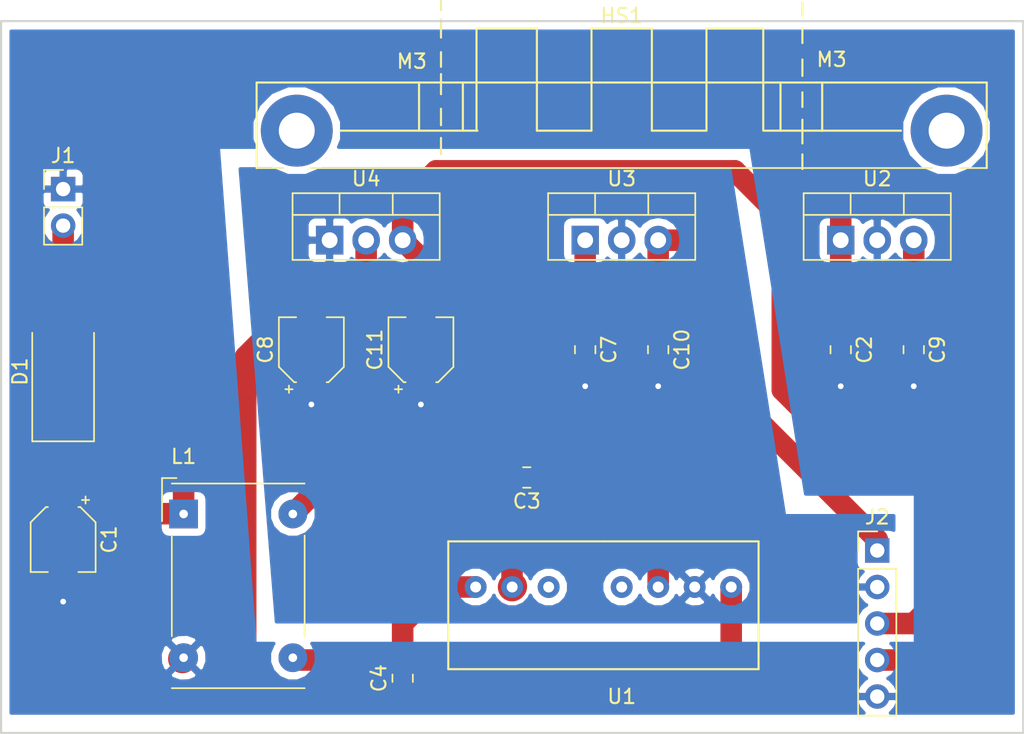
<source format=kicad_pcb>
(kicad_pcb (version 20171130) (host pcbnew "(5.0.0-3-g5ebb6b6)")

  (general
    (thickness 1.6)
    (drawings 4)
    (tracks 77)
    (zones 0)
    (modules 18)
    (nets 12)
  )

  (page A4)
  (layers
    (0 F.Cu signal)
    (31 B.Cu signal)
    (32 B.Adhes user)
    (33 F.Adhes user)
    (34 B.Paste user)
    (35 F.Paste user)
    (36 B.SilkS user)
    (37 F.SilkS user)
    (38 B.Mask user)
    (39 F.Mask user)
    (40 Dwgs.User user)
    (41 Cmts.User user)
    (42 Eco1.User user)
    (43 Eco2.User user)
    (44 Edge.Cuts user)
    (45 Margin user)
    (46 B.CrtYd user hide)
    (47 F.CrtYd user hide)
    (48 B.Fab user hide)
    (49 F.Fab user hide)
  )

  (setup
    (last_trace_width 1.5)
    (user_trace_width 1)
    (user_trace_width 1.5)
    (user_trace_width 2)
    (trace_clearance 0.2)
    (zone_clearance 0.508)
    (zone_45_only no)
    (trace_min 0.2)
    (segment_width 0.2)
    (edge_width 0.15)
    (via_size 0.8)
    (via_drill 0.4)
    (via_min_size 0.4)
    (via_min_drill 0.3)
    (uvia_size 0.3)
    (uvia_drill 0.1)
    (uvias_allowed no)
    (uvia_min_size 0.2)
    (uvia_min_drill 0.1)
    (pcb_text_width 0.3)
    (pcb_text_size 1.5 1.5)
    (mod_edge_width 0.15)
    (mod_text_size 1 1)
    (mod_text_width 0.15)
    (pad_size 1.524 1.524)
    (pad_drill 0.762)
    (pad_to_mask_clearance 0.2)
    (aux_axis_origin 0 0)
    (visible_elements FFFFFF7F)
    (pcbplotparams
      (layerselection 0x010fc_ffffffff)
      (usegerberextensions false)
      (usegerberattributes false)
      (usegerberadvancedattributes false)
      (creategerberjobfile false)
      (excludeedgelayer true)
      (linewidth 0.100000)
      (plotframeref false)
      (viasonmask false)
      (mode 1)
      (useauxorigin false)
      (hpglpennumber 1)
      (hpglpenspeed 20)
      (hpglpendiameter 15.000000)
      (psnegative false)
      (psa4output false)
      (plotreference true)
      (plotvalue true)
      (plotinvisibletext false)
      (padsonsilk false)
      (subtractmaskfromsilk false)
      (outputformat 1)
      (mirror false)
      (drillshape 1)
      (scaleselection 1)
      (outputdirectory "../"))
  )

  (net 0 "")
  (net 1 VDD)
  (net 2 GNDA)
  (net 3 "Net-(C3-Pad1)")
  (net 4 "Net-(C3-Pad2)")
  (net 5 "Net-(C4-Pad2)")
  (net 6 "Net-(C4-Pad1)")
  (net 7 VCOM)
  (net 8 +5V)
  (net 9 +12V)
  (net 10 -12V)
  (net 11 "Net-(D1-Pad2)")

  (net_class Default "This is the default net class."
    (clearance 0.2)
    (trace_width 0.25)
    (via_dia 0.8)
    (via_drill 0.4)
    (uvia_dia 0.3)
    (uvia_drill 0.1)
    (add_net +12V)
    (add_net +5V)
    (add_net -12V)
    (add_net GNDA)
    (add_net "Net-(C3-Pad1)")
    (add_net "Net-(C3-Pad2)")
    (add_net "Net-(C4-Pad1)")
    (add_net "Net-(C4-Pad2)")
    (add_net "Net-(D1-Pad2)")
    (add_net VCOM)
    (add_net VDD)
  )

  (module Connector_PinHeader_2.54mm:PinHeader_1x02_P2.54mm_Vertical (layer F.Cu) (tedit 59FED5CC) (tstamp 5D12A041)
    (at 95.758 78.994)
    (descr "Through hole straight pin header, 1x02, 2.54mm pitch, single row")
    (tags "Through hole pin header THT 1x02 2.54mm single row")
    (path /5D04F0FF)
    (fp_text reference J1 (at 0 -2.33) (layer F.SilkS)
      (effects (font (size 1 1) (thickness 0.15)))
    )
    (fp_text value Conn_01x02 (at 0 4.87) (layer F.Fab)
      (effects (font (size 1 1) (thickness 0.15)))
    )
    (fp_line (start -0.635 -1.27) (end 1.27 -1.27) (layer F.Fab) (width 0.1))
    (fp_line (start 1.27 -1.27) (end 1.27 3.81) (layer F.Fab) (width 0.1))
    (fp_line (start 1.27 3.81) (end -1.27 3.81) (layer F.Fab) (width 0.1))
    (fp_line (start -1.27 3.81) (end -1.27 -0.635) (layer F.Fab) (width 0.1))
    (fp_line (start -1.27 -0.635) (end -0.635 -1.27) (layer F.Fab) (width 0.1))
    (fp_line (start -1.33 3.87) (end 1.33 3.87) (layer F.SilkS) (width 0.12))
    (fp_line (start -1.33 1.27) (end -1.33 3.87) (layer F.SilkS) (width 0.12))
    (fp_line (start 1.33 1.27) (end 1.33 3.87) (layer F.SilkS) (width 0.12))
    (fp_line (start -1.33 1.27) (end 1.33 1.27) (layer F.SilkS) (width 0.12))
    (fp_line (start -1.33 0) (end -1.33 -1.33) (layer F.SilkS) (width 0.12))
    (fp_line (start -1.33 -1.33) (end 0 -1.33) (layer F.SilkS) (width 0.12))
    (fp_line (start -1.8 -1.8) (end -1.8 4.35) (layer F.CrtYd) (width 0.05))
    (fp_line (start -1.8 4.35) (end 1.8 4.35) (layer F.CrtYd) (width 0.05))
    (fp_line (start 1.8 4.35) (end 1.8 -1.8) (layer F.CrtYd) (width 0.05))
    (fp_line (start 1.8 -1.8) (end -1.8 -1.8) (layer F.CrtYd) (width 0.05))
    (fp_text user %R (at 0 1.27 90) (layer F.Fab)
      (effects (font (size 1 1) (thickness 0.15)))
    )
    (pad 1 thru_hole rect (at 0 0) (size 1.7 1.7) (drill 1) (layers *.Cu *.Mask)
      (net 2 GNDA))
    (pad 2 thru_hole oval (at 0 2.54) (size 1.7 1.7) (drill 1) (layers *.Cu *.Mask)
      (net 11 "Net-(D1-Pad2)"))
    (model ${KISYS3DMOD}/Connector_PinHeader_2.54mm.3dshapes/PinHeader_1x02_P2.54mm_Vertical.wrl
      (at (xyz 0 0 0))
      (scale (xyz 1 1 1))
      (rotate (xyz 0 0 0))
    )
  )

  (module Connector_PinHeader_2.54mm:PinHeader_1x05_P2.54mm_Vertical (layer F.Cu) (tedit 59FED5CC) (tstamp 5D12A05A)
    (at 152.4 104.14)
    (descr "Through hole straight pin header, 1x05, 2.54mm pitch, single row")
    (tags "Through hole pin header THT 1x05 2.54mm single row")
    (path /5D05A951)
    (fp_text reference J2 (at 0 -2.33) (layer F.SilkS)
      (effects (font (size 1 1) (thickness 0.15)))
    )
    (fp_text value Conn_01x05 (at 0 12.49) (layer F.Fab)
      (effects (font (size 1 1) (thickness 0.15)))
    )
    (fp_line (start -0.635 -1.27) (end 1.27 -1.27) (layer F.Fab) (width 0.1))
    (fp_line (start 1.27 -1.27) (end 1.27 11.43) (layer F.Fab) (width 0.1))
    (fp_line (start 1.27 11.43) (end -1.27 11.43) (layer F.Fab) (width 0.1))
    (fp_line (start -1.27 11.43) (end -1.27 -0.635) (layer F.Fab) (width 0.1))
    (fp_line (start -1.27 -0.635) (end -0.635 -1.27) (layer F.Fab) (width 0.1))
    (fp_line (start -1.33 11.49) (end 1.33 11.49) (layer F.SilkS) (width 0.12))
    (fp_line (start -1.33 1.27) (end -1.33 11.49) (layer F.SilkS) (width 0.12))
    (fp_line (start 1.33 1.27) (end 1.33 11.49) (layer F.SilkS) (width 0.12))
    (fp_line (start -1.33 1.27) (end 1.33 1.27) (layer F.SilkS) (width 0.12))
    (fp_line (start -1.33 0) (end -1.33 -1.33) (layer F.SilkS) (width 0.12))
    (fp_line (start -1.33 -1.33) (end 0 -1.33) (layer F.SilkS) (width 0.12))
    (fp_line (start -1.8 -1.8) (end -1.8 11.95) (layer F.CrtYd) (width 0.05))
    (fp_line (start -1.8 11.95) (end 1.8 11.95) (layer F.CrtYd) (width 0.05))
    (fp_line (start 1.8 11.95) (end 1.8 -1.8) (layer F.CrtYd) (width 0.05))
    (fp_line (start 1.8 -1.8) (end -1.8 -1.8) (layer F.CrtYd) (width 0.05))
    (fp_text user %R (at 0 5.08 90) (layer F.Fab)
      (effects (font (size 1 1) (thickness 0.15)))
    )
    (pad 1 thru_hole rect (at 0 0) (size 1.7 1.7) (drill 1) (layers *.Cu *.Mask)
      (net 9 +12V))
    (pad 2 thru_hole oval (at 0 2.54) (size 1.7 1.7) (drill 1) (layers *.Cu *.Mask)
      (net 7 VCOM))
    (pad 3 thru_hole oval (at 0 5.08) (size 1.7 1.7) (drill 1) (layers *.Cu *.Mask)
      (net 10 -12V))
    (pad 4 thru_hole oval (at 0 7.62) (size 1.7 1.7) (drill 1) (layers *.Cu *.Mask)
      (net 8 +5V))
    (pad 5 thru_hole oval (at 0 10.16) (size 1.7 1.7) (drill 1) (layers *.Cu *.Mask)
      (net 2 GNDA))
    (model ${KISYS3DMOD}/Connector_PinHeader_2.54mm.3dshapes/PinHeader_1x05_P2.54mm_Vertical.wrl
      (at (xyz 0 0 0))
      (scale (xyz 1 1 1))
      (rotate (xyz 0 0 0))
    )
  )

  (module Inductor_THT:Choke_Schaffner_RN204-04-9.0x14.0mm (layer F.Cu) (tedit 5A1421CD) (tstamp 5D12A074)
    (at 104.14 101.6)
    (descr "Current-compensated Chokes, Scaffner, RN204-04, 9.0mmx14.0mm https://www.schaffner.com/products/download/product/datasheet/rn-series-common-mode-chokes-new/")
    (tags "chokes schaffner tht")
    (path /5CFB9566)
    (fp_text reference L1 (at 0 -4) (layer F.SilkS)
      (effects (font (size 1 1) (thickness 0.15)))
    )
    (fp_text value 10mH (at 3.8 13.5) (layer F.Fab)
      (effects (font (size 1 1) (thickness 0.15)))
    )
    (fp_line (start -0.7 -2) (end 8.3 -2) (layer F.Fab) (width 0.1))
    (fp_line (start 8.3 -2) (end 8.3 12) (layer F.Fab) (width 0.1))
    (fp_line (start 8.3 12) (end -0.7 12) (layer F.Fab) (width 0.1))
    (fp_line (start -0.7 12) (end -0.7 1) (layer F.Fab) (width 0.1))
    (fp_line (start -0.7 1) (end 0.3 0) (layer F.Fab) (width 0.1))
    (fp_line (start 0.3 0) (end -0.7 -1) (layer F.Fab) (width 0.1))
    (fp_line (start -0.7 -1) (end -0.7 -2) (layer F.Fab) (width 0.1))
    (fp_line (start -0.82 -2.12) (end 8.42 -2.12) (layer F.SilkS) (width 0.12))
    (fp_line (start 8.42 1.5) (end 8.42 8.5) (layer F.SilkS) (width 0.12))
    (fp_line (start 8.42 12.12) (end -0.82 12.12) (layer F.SilkS) (width 0.12))
    (fp_line (start -0.82 1.5) (end -0.82 8.5) (layer F.SilkS) (width 0.12))
    (fp_line (start -1.25 -2.25) (end -1.25 12.25) (layer F.CrtYd) (width 0.05))
    (fp_line (start -1.25 12.25) (end 8.85 12.25) (layer F.CrtYd) (width 0.05))
    (fp_line (start 8.85 12.25) (end 8.85 -2.25) (layer F.CrtYd) (width 0.05))
    (fp_line (start 8.85 -2.25) (end -1.25 -2.25) (layer F.CrtYd) (width 0.05))
    (fp_line (start -1.5 -2.5) (end -0.5 -2.5) (layer F.SilkS) (width 0.12))
    (fp_line (start -1.5 -2.5) (end -1.5 0.5) (layer F.SilkS) (width 0.12))
    (fp_text user %R (at 3.8 5) (layer F.Fab)
      (effects (font (size 1 1) (thickness 0.15)))
    )
    (pad 1 thru_hole rect (at 0 0) (size 2 2) (drill 0.6) (layers *.Cu *.Mask)
      (net 1 VDD))
    (pad 2 thru_hole circle (at 7.6 0) (size 2 2) (drill 0.6) (layers *.Cu *.Mask)
      (net 4 "Net-(C3-Pad2)"))
    (pad 3 thru_hole circle (at 0 10) (size 2 2) (drill 0.6) (layers *.Cu *.Mask)
      (net 2 GNDA))
    (pad 4 thru_hole circle (at 7.6 10) (size 2 2) (drill 0.6) (layers *.Cu *.Mask)
      (net 5 "Net-(C4-Pad2)"))
    (model ${KISYS3DMOD}/Inductor_THT.3dshapes/Choke_Schaffner_RN204-04-9.0x14.0mm.wrl
      (at (xyz 0 0 0))
      (scale (xyz 1 1 1))
      (rotate (xyz 0 0 0))
    )
  )

  (module ITX1212S:ITX1212S (layer F.Cu) (tedit 5CD6255E) (tstamp 5D12A085)
    (at 132.08 106.68)
    (path /5CFB7B5F)
    (fp_text reference U1 (at 2.54 7.62) (layer F.SilkS)
      (effects (font (size 1 1) (thickness 0.15)))
    )
    (fp_text value RS6-1212D (at 0 -7.62) (layer F.Fab)
      (effects (font (size 1 1) (thickness 0.15)))
    )
    (fp_line (start -9.525 -3.175) (end 1.27 -3.175) (layer F.SilkS) (width 0.15))
    (fp_line (start -9.525 5.715) (end -9.525 -3.175) (layer F.SilkS) (width 0.15))
    (fp_line (start 12.065 5.715) (end -9.525 5.715) (layer F.SilkS) (width 0.15))
    (fp_line (start 12.065 1.27) (end 12.065 5.715) (layer F.SilkS) (width 0.15))
    (fp_line (start 12.065 -3.175) (end 12.065 1.27) (layer F.SilkS) (width 0.15))
    (fp_line (start 1.27 -3.175) (end 12.065 -3.175) (layer F.SilkS) (width 0.15))
    (pad 8 thru_hole circle (at 10.16 0) (size 1.524 1.524) (drill 0.762) (layers *.Cu *.Mask)
      (net 6 "Net-(C4-Pad1)"))
    (pad 7 thru_hole circle (at 7.62 0) (size 1.524 1.524) (drill 0.762) (layers *.Cu *.Mask)
      (net 7 VCOM))
    (pad 6 thru_hole circle (at 5.08 0) (size 1.524 1.524) (drill 0.762) (layers *.Cu *.Mask)
      (net 3 "Net-(C3-Pad1)"))
    (pad 5 thru_hole circle (at 2.54 0) (size 1.524 1.524) (drill 0.762) (layers *.Cu *.Mask))
    (pad 3 thru_hole circle (at -2.54 0) (size 1.524 1.524) (drill 0.762) (layers *.Cu *.Mask))
    (pad 2 thru_hole circle (at -5.08 0) (size 1.524 1.524) (drill 0.762) (layers *.Cu *.Mask)
      (net 4 "Net-(C3-Pad2)"))
    (pad 1 thru_hole circle (at -7.62 0) (size 1.524 1.524) (drill 0.762) (layers *.Cu *.Mask)
      (net 5 "Net-(C4-Pad2)"))
  )

  (module Package_TO_SOT_THT:TO-220-3_Vertical (layer F.Cu) (tedit 5AC8BA0D) (tstamp 5D12A09F)
    (at 149.86 82.55)
    (descr "TO-220-3, Vertical, RM 2.54mm, see https://www.vishay.com/docs/66542/to-220-1.pdf")
    (tags "TO-220-3 Vertical RM 2.54mm")
    (path /5D0A57CB)
    (fp_text reference U2 (at 2.54 -4.27) (layer F.SilkS)
      (effects (font (size 1 1) (thickness 0.15)))
    )
    (fp_text value LM7805_TO220 (at 2.54 2.5) (layer F.Fab)
      (effects (font (size 1 1) (thickness 0.15)))
    )
    (fp_line (start -2.46 -3.15) (end -2.46 1.25) (layer F.Fab) (width 0.1))
    (fp_line (start -2.46 1.25) (end 7.54 1.25) (layer F.Fab) (width 0.1))
    (fp_line (start 7.54 1.25) (end 7.54 -3.15) (layer F.Fab) (width 0.1))
    (fp_line (start 7.54 -3.15) (end -2.46 -3.15) (layer F.Fab) (width 0.1))
    (fp_line (start -2.46 -1.88) (end 7.54 -1.88) (layer F.Fab) (width 0.1))
    (fp_line (start 0.69 -3.15) (end 0.69 -1.88) (layer F.Fab) (width 0.1))
    (fp_line (start 4.39 -3.15) (end 4.39 -1.88) (layer F.Fab) (width 0.1))
    (fp_line (start -2.58 -3.27) (end 7.66 -3.27) (layer F.SilkS) (width 0.12))
    (fp_line (start -2.58 1.371) (end 7.66 1.371) (layer F.SilkS) (width 0.12))
    (fp_line (start -2.58 -3.27) (end -2.58 1.371) (layer F.SilkS) (width 0.12))
    (fp_line (start 7.66 -3.27) (end 7.66 1.371) (layer F.SilkS) (width 0.12))
    (fp_line (start -2.58 -1.76) (end 7.66 -1.76) (layer F.SilkS) (width 0.12))
    (fp_line (start 0.69 -3.27) (end 0.69 -1.76) (layer F.SilkS) (width 0.12))
    (fp_line (start 4.391 -3.27) (end 4.391 -1.76) (layer F.SilkS) (width 0.12))
    (fp_line (start -2.71 -3.4) (end -2.71 1.51) (layer F.CrtYd) (width 0.05))
    (fp_line (start -2.71 1.51) (end 7.79 1.51) (layer F.CrtYd) (width 0.05))
    (fp_line (start 7.79 1.51) (end 7.79 -3.4) (layer F.CrtYd) (width 0.05))
    (fp_line (start 7.79 -3.4) (end -2.71 -3.4) (layer F.CrtYd) (width 0.05))
    (fp_text user %R (at 2.54 -4.27) (layer F.Fab)
      (effects (font (size 1 1) (thickness 0.15)))
    )
    (pad 1 thru_hole rect (at 0 0) (size 1.905 2) (drill 1.1) (layers *.Cu *.Mask)
      (net 1 VDD))
    (pad 2 thru_hole oval (at 2.54 0) (size 1.905 2) (drill 1.1) (layers *.Cu *.Mask)
      (net 2 GNDA))
    (pad 3 thru_hole oval (at 5.08 0) (size 1.905 2) (drill 1.1) (layers *.Cu *.Mask)
      (net 8 +5V))
    (model ${KISYS3DMOD}/Package_TO_SOT_THT.3dshapes/TO-220-3_Vertical.wrl
      (at (xyz 0 0 0))
      (scale (xyz 1 1 1))
      (rotate (xyz 0 0 0))
    )
  )

  (module Package_TO_SOT_THT:TO-220-3_Vertical (layer F.Cu) (tedit 5AC8BA0D) (tstamp 5D12A0B9)
    (at 132.08 82.55)
    (descr "TO-220-3, Vertical, RM 2.54mm, see https://www.vishay.com/docs/66542/to-220-1.pdf")
    (tags "TO-220-3 Vertical RM 2.54mm")
    (path /5CFB7D75)
    (fp_text reference U3 (at 2.54 -4.27) (layer F.SilkS)
      (effects (font (size 1 1) (thickness 0.15)))
    )
    (fp_text value LM7812_TO220 (at 2.54 2.5) (layer F.Fab)
      (effects (font (size 1 1) (thickness 0.15)))
    )
    (fp_text user %R (at 2.54 -4.27) (layer F.Fab)
      (effects (font (size 1 1) (thickness 0.15)))
    )
    (fp_line (start 7.79 -3.4) (end -2.71 -3.4) (layer F.CrtYd) (width 0.05))
    (fp_line (start 7.79 1.51) (end 7.79 -3.4) (layer F.CrtYd) (width 0.05))
    (fp_line (start -2.71 1.51) (end 7.79 1.51) (layer F.CrtYd) (width 0.05))
    (fp_line (start -2.71 -3.4) (end -2.71 1.51) (layer F.CrtYd) (width 0.05))
    (fp_line (start 4.391 -3.27) (end 4.391 -1.76) (layer F.SilkS) (width 0.12))
    (fp_line (start 0.69 -3.27) (end 0.69 -1.76) (layer F.SilkS) (width 0.12))
    (fp_line (start -2.58 -1.76) (end 7.66 -1.76) (layer F.SilkS) (width 0.12))
    (fp_line (start 7.66 -3.27) (end 7.66 1.371) (layer F.SilkS) (width 0.12))
    (fp_line (start -2.58 -3.27) (end -2.58 1.371) (layer F.SilkS) (width 0.12))
    (fp_line (start -2.58 1.371) (end 7.66 1.371) (layer F.SilkS) (width 0.12))
    (fp_line (start -2.58 -3.27) (end 7.66 -3.27) (layer F.SilkS) (width 0.12))
    (fp_line (start 4.39 -3.15) (end 4.39 -1.88) (layer F.Fab) (width 0.1))
    (fp_line (start 0.69 -3.15) (end 0.69 -1.88) (layer F.Fab) (width 0.1))
    (fp_line (start -2.46 -1.88) (end 7.54 -1.88) (layer F.Fab) (width 0.1))
    (fp_line (start 7.54 -3.15) (end -2.46 -3.15) (layer F.Fab) (width 0.1))
    (fp_line (start 7.54 1.25) (end 7.54 -3.15) (layer F.Fab) (width 0.1))
    (fp_line (start -2.46 1.25) (end 7.54 1.25) (layer F.Fab) (width 0.1))
    (fp_line (start -2.46 -3.15) (end -2.46 1.25) (layer F.Fab) (width 0.1))
    (pad 3 thru_hole oval (at 5.08 0) (size 1.905 2) (drill 1.1) (layers *.Cu *.Mask)
      (net 9 +12V))
    (pad 2 thru_hole oval (at 2.54 0) (size 1.905 2) (drill 1.1) (layers *.Cu *.Mask)
      (net 7 VCOM))
    (pad 1 thru_hole rect (at 0 0) (size 1.905 2) (drill 1.1) (layers *.Cu *.Mask)
      (net 3 "Net-(C3-Pad1)"))
    (model ${KISYS3DMOD}/Package_TO_SOT_THT.3dshapes/TO-220-3_Vertical.wrl
      (at (xyz 0 0 0))
      (scale (xyz 1 1 1))
      (rotate (xyz 0 0 0))
    )
  )

  (module Package_TO_SOT_THT:TO-220-3_Vertical (layer F.Cu) (tedit 5AC8BA0D) (tstamp 5D12A0D3)
    (at 114.3 82.55)
    (descr "TO-220-3, Vertical, RM 2.54mm, see https://www.vishay.com/docs/66542/to-220-1.pdf")
    (tags "TO-220-3 Vertical RM 2.54mm")
    (path /5CFB7C7C)
    (fp_text reference U4 (at 2.54 -4.27) (layer F.SilkS)
      (effects (font (size 1 1) (thickness 0.15)))
    )
    (fp_text value LM7912_TO220 (at 2.54 2.5) (layer F.Fab)
      (effects (font (size 1 1) (thickness 0.15)))
    )
    (fp_line (start -2.46 -3.15) (end -2.46 1.25) (layer F.Fab) (width 0.1))
    (fp_line (start -2.46 1.25) (end 7.54 1.25) (layer F.Fab) (width 0.1))
    (fp_line (start 7.54 1.25) (end 7.54 -3.15) (layer F.Fab) (width 0.1))
    (fp_line (start 7.54 -3.15) (end -2.46 -3.15) (layer F.Fab) (width 0.1))
    (fp_line (start -2.46 -1.88) (end 7.54 -1.88) (layer F.Fab) (width 0.1))
    (fp_line (start 0.69 -3.15) (end 0.69 -1.88) (layer F.Fab) (width 0.1))
    (fp_line (start 4.39 -3.15) (end 4.39 -1.88) (layer F.Fab) (width 0.1))
    (fp_line (start -2.58 -3.27) (end 7.66 -3.27) (layer F.SilkS) (width 0.12))
    (fp_line (start -2.58 1.371) (end 7.66 1.371) (layer F.SilkS) (width 0.12))
    (fp_line (start -2.58 -3.27) (end -2.58 1.371) (layer F.SilkS) (width 0.12))
    (fp_line (start 7.66 -3.27) (end 7.66 1.371) (layer F.SilkS) (width 0.12))
    (fp_line (start -2.58 -1.76) (end 7.66 -1.76) (layer F.SilkS) (width 0.12))
    (fp_line (start 0.69 -3.27) (end 0.69 -1.76) (layer F.SilkS) (width 0.12))
    (fp_line (start 4.391 -3.27) (end 4.391 -1.76) (layer F.SilkS) (width 0.12))
    (fp_line (start -2.71 -3.4) (end -2.71 1.51) (layer F.CrtYd) (width 0.05))
    (fp_line (start -2.71 1.51) (end 7.79 1.51) (layer F.CrtYd) (width 0.05))
    (fp_line (start 7.79 1.51) (end 7.79 -3.4) (layer F.CrtYd) (width 0.05))
    (fp_line (start 7.79 -3.4) (end -2.71 -3.4) (layer F.CrtYd) (width 0.05))
    (fp_text user %R (at 2.54 -4.27) (layer F.Fab)
      (effects (font (size 1 1) (thickness 0.15)))
    )
    (pad 1 thru_hole rect (at 0 0) (size 1.905 2) (drill 1.1) (layers *.Cu *.Mask)
      (net 7 VCOM))
    (pad 2 thru_hole oval (at 2.54 0) (size 1.905 2) (drill 1.1) (layers *.Cu *.Mask)
      (net 6 "Net-(C4-Pad1)"))
    (pad 3 thru_hole oval (at 5.08 0) (size 1.905 2) (drill 1.1) (layers *.Cu *.Mask)
      (net 10 -12V))
    (model ${KISYS3DMOD}/Package_TO_SOT_THT.3dshapes/TO-220-3_Vertical.wrl
      (at (xyz 0 0 0))
      (scale (xyz 1 1 1))
      (rotate (xyz 0 0 0))
    )
  )

  (module Heatsink:Heatsink_SheetType_50x7mm_2Fixations (layer F.Cu) (tedit 5A1FFA20) (tstamp 5D12AC5D)
    (at 134.62 74.93)
    (descr "Heatsink, Sheet type, 50x7mm, 2 fixations (solder),")
    (tags "Heatsink sheet")
    (path /5D0BDB36)
    (solder_mask_margin 0.2)
    (fp_text reference HS1 (at 0 -8) (layer F.SilkS)
      (effects (font (size 1 1) (thickness 0.15)))
    )
    (fp_text value Heatsink (at 1.27 5.08) (layer F.Fab)
      (effects (font (size 1 1) (thickness 0.15)))
    )
    (fp_text user M3 (at 14.605 -4.953) (layer F.SilkS)
      (effects (font (size 1 1) (thickness 0.15)))
    )
    (fp_text user M3 (at -14.605 -4.826) (layer F.SilkS)
      (effects (font (size 1 1) (thickness 0.15)))
    )
    (fp_text user %R (at 0 0) (layer F.Fab)
      (effects (font (size 1 1) (thickness 0.15)))
    )
    (fp_line (start -21.65 2.6) (end 21.6 2.6) (layer F.SilkS) (width 0.12))
    (fp_line (start -25.4 2.6) (end -23.55 2.6) (layer F.SilkS) (width 0.12))
    (fp_line (start 25.4 2.6) (end 23.55 2.6) (layer F.SilkS) (width 0.12))
    (fp_line (start -10.033 0) (end -19.558 0) (layer F.SilkS) (width 0.15))
    (fp_line (start -2.1 0) (end -5.9 0) (layer F.SilkS) (width 0.15))
    (fp_line (start 5.9 0) (end 2.1 0) (layer F.SilkS) (width 0.15))
    (fp_line (start 13.97 0) (end 9.906 0) (layer F.SilkS) (width 0.15))
    (fp_line (start 13.97 0) (end 19.431 0) (layer F.SilkS) (width 0.15))
    (fp_line (start -5.9 -7.1) (end -10.1 -7.1) (layer F.SilkS) (width 0.15))
    (fp_line (start 2.1 -7.1) (end -2.1 -7.1) (layer F.SilkS) (width 0.15))
    (fp_line (start -11.05 -3.35) (end -11.049 0) (layer F.SilkS) (width 0.15))
    (fp_line (start -14.1 -3.35) (end -14.097 0) (layer F.SilkS) (width 0.15))
    (fp_line (start -10.1 -7.1) (end -10.1 0) (layer F.SilkS) (width 0.15))
    (fp_line (start -5.9 -7.1) (end -5.9 0) (layer F.SilkS) (width 0.15))
    (fp_line (start -2.1 -7.1) (end -2.1 0) (layer F.SilkS) (width 0.15))
    (fp_line (start 9.85 -7.1) (end 5.9 -7.1) (layer F.SilkS) (width 0.15))
    (fp_line (start 9.85 -7.1) (end 9.85 0) (layer F.SilkS) (width 0.15))
    (fp_line (start 5.9 -7.1) (end 5.9 0) (layer F.SilkS) (width 0.15))
    (fp_line (start 2.1 -7.1) (end 2.1 0) (layer F.SilkS) (width 0.15))
    (fp_line (start 11.05 -3.35) (end 11.05 0) (layer F.SilkS) (width 0.15))
    (fp_line (start -12.573 0.508) (end -12.573 1.651) (layer F.SilkS) (width 0.15))
    (fp_line (start -12.573 -1.524) (end -12.573 -0.381) (layer F.SilkS) (width 0.15))
    (fp_line (start -12.573 -3.937) (end -12.573 -2.54) (layer F.SilkS) (width 0.15))
    (fp_line (start -12.573 -5.461) (end -12.573 -4.445) (layer F.SilkS) (width 0.15))
    (fp_line (start -12.573 -7.747) (end -12.573 -6.477) (layer F.SilkS) (width 0.15))
    (fp_line (start -12.573 -9.017) (end -12.573 -8.382) (layer F.SilkS) (width 0.15))
    (fp_line (start 12.573 1.651) (end 12.573 2.667) (layer F.SilkS) (width 0.15))
    (fp_line (start 12.573 -0.762) (end 12.573 0.889) (layer F.SilkS) (width 0.15))
    (fp_line (start 12.573 -2.667) (end 12.573 -1.651) (layer F.SilkS) (width 0.15))
    (fp_line (start 12.573 -4.953) (end 12.573 -3.81) (layer F.SilkS) (width 0.15))
    (fp_line (start 12.573 -7.112) (end 12.573 -6.096) (layer F.SilkS) (width 0.15))
    (fp_line (start 12.573 -8.89) (end 12.573 -8.001) (layer F.SilkS) (width 0.15))
    (fp_line (start 13.95 -3.35) (end 13.95 0) (layer F.SilkS) (width 0.15))
    (fp_line (start 25.4 2.6) (end 25.4 -3.35) (layer F.SilkS) (width 0.15))
    (fp_line (start 25.4 -3.35) (end -25.4 -3.35) (layer F.SilkS) (width 0.15))
    (fp_line (start -25.4 -3.35) (end -25.4 2.6) (layer F.SilkS) (width 0.15))
    (fp_line (start -25.5 -7.25) (end 25.5 -7.25) (layer F.CrtYd) (width 0.05))
    (fp_line (start -25.5 -7.25) (end -25.5 2.75) (layer F.CrtYd) (width 0.05))
    (fp_line (start 25.5 2.75) (end 25.5 -7.25) (layer F.CrtYd) (width 0.05))
    (fp_line (start 25.5 2.75) (end -25.5 2.75) (layer F.CrtYd) (width 0.05))
    (fp_line (start 25.25 -3.25) (end 9.75 -3.25) (layer F.Fab) (width 0.1))
    (fp_line (start 9.75 -3.25) (end 9.75 -7) (layer F.Fab) (width 0.1))
    (fp_line (start 9.75 -7) (end 6 -7) (layer F.Fab) (width 0.1))
    (fp_line (start 6 -7) (end 6 -3.25) (layer F.Fab) (width 0.1))
    (fp_line (start 6 -3.25) (end 2 -3.25) (layer F.Fab) (width 0.1))
    (fp_line (start 2 -3.25) (end 2 -6.75) (layer F.Fab) (width 0.1))
    (fp_line (start 2 -6.75) (end 2 -7) (layer F.Fab) (width 0.1))
    (fp_line (start 2 -7) (end -2 -7) (layer F.Fab) (width 0.1))
    (fp_line (start -2 -7) (end -2 -3.25) (layer F.Fab) (width 0.1))
    (fp_line (start -2 -3.25) (end -6 -3.25) (layer F.Fab) (width 0.1))
    (fp_line (start -6 -3.25) (end -6 -7) (layer F.Fab) (width 0.1))
    (fp_line (start -6 -7) (end -10 -7) (layer F.Fab) (width 0.1))
    (fp_line (start -10 -7) (end -10 -3.25) (layer F.Fab) (width 0.1))
    (fp_line (start -10 -3.25) (end -25.25 -3.25) (layer F.Fab) (width 0.1))
    (fp_line (start -25.25 -3.25) (end -25.25 2.5) (layer F.Fab) (width 0.1))
    (fp_line (start -25.25 2.5) (end 25.25 2.5) (layer F.Fab) (width 0.1))
    (fp_line (start 25.25 2.5) (end 25.25 -3.25) (layer F.Fab) (width 0.1))
    (pad 1 thru_hole circle (at 22.606 0) (size 5.00126 5.00126) (drill 2.49936) (layers *.Cu *.Mask))
    (pad 1 thru_hole circle (at -22.606 0) (size 5.00126 5.00126) (drill 2.49936) (layers *.Cu *.Mask))
    (model ${KISYS3DMOD}/Heatsink.3dshapes/Heatsink_SheetType_50x7mm_2Fixations.wrl
      (at (xyz 0 0 0))
      (scale (xyz 1 1 1))
      (rotate (xyz 0 0 0))
    )
  )

  (module Capacitor_SMD:CP_Elec_4x5.7 (layer F.Cu) (tedit 5B3026A2) (tstamp 5D4FDF67)
    (at 95.758 103.378 270)
    (descr "SMT capacitor, aluminium electrolytic, 4x5.7, United Chemi-Con ")
    (tags "Capacitor Electrolytic")
    (path /5CFBC0DA)
    (attr smd)
    (fp_text reference C1 (at 0 -3.2 270) (layer F.SilkS)
      (effects (font (size 1 1) (thickness 0.15)))
    )
    (fp_text value 10uF (at 0 3.2 270) (layer F.Fab)
      (effects (font (size 1 1) (thickness 0.15)))
    )
    (fp_circle (center 0 0) (end 2 0) (layer F.Fab) (width 0.1))
    (fp_line (start 2.15 -2.15) (end 2.15 2.15) (layer F.Fab) (width 0.1))
    (fp_line (start -1.15 -2.15) (end 2.15 -2.15) (layer F.Fab) (width 0.1))
    (fp_line (start -1.15 2.15) (end 2.15 2.15) (layer F.Fab) (width 0.1))
    (fp_line (start -2.15 -1.15) (end -2.15 1.15) (layer F.Fab) (width 0.1))
    (fp_line (start -2.15 -1.15) (end -1.15 -2.15) (layer F.Fab) (width 0.1))
    (fp_line (start -2.15 1.15) (end -1.15 2.15) (layer F.Fab) (width 0.1))
    (fp_line (start -1.574773 -1) (end -1.174773 -1) (layer F.Fab) (width 0.1))
    (fp_line (start -1.374773 -1.2) (end -1.374773 -0.8) (layer F.Fab) (width 0.1))
    (fp_line (start 2.26 2.26) (end 2.26 1.06) (layer F.SilkS) (width 0.12))
    (fp_line (start 2.26 -2.26) (end 2.26 -1.06) (layer F.SilkS) (width 0.12))
    (fp_line (start -1.195563 -2.26) (end 2.26 -2.26) (layer F.SilkS) (width 0.12))
    (fp_line (start -1.195563 2.26) (end 2.26 2.26) (layer F.SilkS) (width 0.12))
    (fp_line (start -2.26 1.195563) (end -2.26 1.06) (layer F.SilkS) (width 0.12))
    (fp_line (start -2.26 -1.195563) (end -2.26 -1.06) (layer F.SilkS) (width 0.12))
    (fp_line (start -2.26 -1.195563) (end -1.195563 -2.26) (layer F.SilkS) (width 0.12))
    (fp_line (start -2.26 1.195563) (end -1.195563 2.26) (layer F.SilkS) (width 0.12))
    (fp_line (start -3 -1.56) (end -2.5 -1.56) (layer F.SilkS) (width 0.12))
    (fp_line (start -2.75 -1.81) (end -2.75 -1.31) (layer F.SilkS) (width 0.12))
    (fp_line (start 2.4 -2.4) (end 2.4 -1.05) (layer F.CrtYd) (width 0.05))
    (fp_line (start 2.4 -1.05) (end 3.35 -1.05) (layer F.CrtYd) (width 0.05))
    (fp_line (start 3.35 -1.05) (end 3.35 1.05) (layer F.CrtYd) (width 0.05))
    (fp_line (start 3.35 1.05) (end 2.4 1.05) (layer F.CrtYd) (width 0.05))
    (fp_line (start 2.4 1.05) (end 2.4 2.4) (layer F.CrtYd) (width 0.05))
    (fp_line (start -1.25 2.4) (end 2.4 2.4) (layer F.CrtYd) (width 0.05))
    (fp_line (start -1.25 -2.4) (end 2.4 -2.4) (layer F.CrtYd) (width 0.05))
    (fp_line (start -2.4 1.25) (end -1.25 2.4) (layer F.CrtYd) (width 0.05))
    (fp_line (start -2.4 -1.25) (end -1.25 -2.4) (layer F.CrtYd) (width 0.05))
    (fp_line (start -2.4 -1.25) (end -2.4 -1.05) (layer F.CrtYd) (width 0.05))
    (fp_line (start -2.4 1.05) (end -2.4 1.25) (layer F.CrtYd) (width 0.05))
    (fp_line (start -2.4 -1.05) (end -3.35 -1.05) (layer F.CrtYd) (width 0.05))
    (fp_line (start -3.35 -1.05) (end -3.35 1.05) (layer F.CrtYd) (width 0.05))
    (fp_line (start -3.35 1.05) (end -2.4 1.05) (layer F.CrtYd) (width 0.05))
    (fp_text user %R (at 0 0 270) (layer F.Fab)
      (effects (font (size 0.8 0.8) (thickness 0.12)))
    )
    (pad 1 smd rect (at -1.8 0 270) (size 2.6 1.6) (layers F.Cu F.Paste F.Mask)
      (net 1 VDD))
    (pad 2 smd rect (at 1.8 0 270) (size 2.6 1.6) (layers F.Cu F.Paste F.Mask)
      (net 2 GNDA))
    (model ${KISYS3DMOD}/Capacitor_SMD.3dshapes/CP_Elec_4x5.7.wrl
      (at (xyz 0 0 0))
      (scale (xyz 1 1 1))
      (rotate (xyz 0 0 0))
    )
  )

  (module Capacitor_SMD:C_0805_2012Metric_Pad1.15x1.40mm_HandSolder (layer F.Cu) (tedit 5B36C52B) (tstamp 5D4FE08D)
    (at 149.86 90.17 270)
    (descr "Capacitor SMD 0805 (2012 Metric), square (rectangular) end terminal, IPC_7351 nominal with elongated pad for handsoldering. (Body size source: https://docs.google.com/spreadsheets/d/1BsfQQcO9C6DZCsRaXUlFlo91Tg2WpOkGARC1WS5S8t0/edit?usp=sharing), generated with kicad-footprint-generator")
    (tags "capacitor handsolder")
    (path /5CFC8A88)
    (attr smd)
    (fp_text reference C2 (at 0 -1.65 270) (layer F.SilkS)
      (effects (font (size 1 1) (thickness 0.15)))
    )
    (fp_text value 200nF (at 0 1.65 270) (layer F.Fab)
      (effects (font (size 1 1) (thickness 0.15)))
    )
    (fp_line (start -1 0.6) (end -1 -0.6) (layer F.Fab) (width 0.1))
    (fp_line (start -1 -0.6) (end 1 -0.6) (layer F.Fab) (width 0.1))
    (fp_line (start 1 -0.6) (end 1 0.6) (layer F.Fab) (width 0.1))
    (fp_line (start 1 0.6) (end -1 0.6) (layer F.Fab) (width 0.1))
    (fp_line (start -0.261252 -0.71) (end 0.261252 -0.71) (layer F.SilkS) (width 0.12))
    (fp_line (start -0.261252 0.71) (end 0.261252 0.71) (layer F.SilkS) (width 0.12))
    (fp_line (start -1.85 0.95) (end -1.85 -0.95) (layer F.CrtYd) (width 0.05))
    (fp_line (start -1.85 -0.95) (end 1.85 -0.95) (layer F.CrtYd) (width 0.05))
    (fp_line (start 1.85 -0.95) (end 1.85 0.95) (layer F.CrtYd) (width 0.05))
    (fp_line (start 1.85 0.95) (end -1.85 0.95) (layer F.CrtYd) (width 0.05))
    (fp_text user %R (at 0 0 270) (layer F.Fab)
      (effects (font (size 0.5 0.5) (thickness 0.08)))
    )
    (pad 1 smd roundrect (at -1.025 0 270) (size 1.15 1.4) (layers F.Cu F.Paste F.Mask) (roundrect_rratio 0.217391)
      (net 1 VDD))
    (pad 2 smd roundrect (at 1.025 0 270) (size 1.15 1.4) (layers F.Cu F.Paste F.Mask) (roundrect_rratio 0.217391)
      (net 2 GNDA))
    (model ${KISYS3DMOD}/Capacitor_SMD.3dshapes/C_0805_2012Metric.wrl
      (at (xyz 0 0 0))
      (scale (xyz 1 1 1))
      (rotate (xyz 0 0 0))
    )
  )

  (module Capacitor_SMD:C_0805_2012Metric_Pad1.15x1.40mm_HandSolder (layer F.Cu) (tedit 5B36C52B) (tstamp 5D4FDF9E)
    (at 128.016 99.06 180)
    (descr "Capacitor SMD 0805 (2012 Metric), square (rectangular) end terminal, IPC_7351 nominal with elongated pad for handsoldering. (Body size source: https://docs.google.com/spreadsheets/d/1BsfQQcO9C6DZCsRaXUlFlo91Tg2WpOkGARC1WS5S8t0/edit?usp=sharing), generated with kicad-footprint-generator")
    (tags "capacitor handsolder")
    (path /5CFB93CF)
    (attr smd)
    (fp_text reference C3 (at 0 -1.65 180) (layer F.SilkS)
      (effects (font (size 1 1) (thickness 0.15)))
    )
    (fp_text value 47p (at 0 1.65 180) (layer F.Fab)
      (effects (font (size 1 1) (thickness 0.15)))
    )
    (fp_line (start -1 0.6) (end -1 -0.6) (layer F.Fab) (width 0.1))
    (fp_line (start -1 -0.6) (end 1 -0.6) (layer F.Fab) (width 0.1))
    (fp_line (start 1 -0.6) (end 1 0.6) (layer F.Fab) (width 0.1))
    (fp_line (start 1 0.6) (end -1 0.6) (layer F.Fab) (width 0.1))
    (fp_line (start -0.261252 -0.71) (end 0.261252 -0.71) (layer F.SilkS) (width 0.12))
    (fp_line (start -0.261252 0.71) (end 0.261252 0.71) (layer F.SilkS) (width 0.12))
    (fp_line (start -1.85 0.95) (end -1.85 -0.95) (layer F.CrtYd) (width 0.05))
    (fp_line (start -1.85 -0.95) (end 1.85 -0.95) (layer F.CrtYd) (width 0.05))
    (fp_line (start 1.85 -0.95) (end 1.85 0.95) (layer F.CrtYd) (width 0.05))
    (fp_line (start 1.85 0.95) (end -1.85 0.95) (layer F.CrtYd) (width 0.05))
    (fp_text user %R (at 0 0 180) (layer F.Fab)
      (effects (font (size 0.5 0.5) (thickness 0.08)))
    )
    (pad 1 smd roundrect (at -1.025 0 180) (size 1.15 1.4) (layers F.Cu F.Paste F.Mask) (roundrect_rratio 0.217391)
      (net 3 "Net-(C3-Pad1)"))
    (pad 2 smd roundrect (at 1.025 0 180) (size 1.15 1.4) (layers F.Cu F.Paste F.Mask) (roundrect_rratio 0.217391)
      (net 4 "Net-(C3-Pad2)"))
    (model ${KISYS3DMOD}/Capacitor_SMD.3dshapes/C_0805_2012Metric.wrl
      (at (xyz 0 0 0))
      (scale (xyz 1 1 1))
      (rotate (xyz 0 0 0))
    )
  )

  (module Capacitor_SMD:C_0805_2012Metric_Pad1.15x1.40mm_HandSolder (layer F.Cu) (tedit 5B36C52B) (tstamp 5D4FDFAE)
    (at 119.38 113.03 90)
    (descr "Capacitor SMD 0805 (2012 Metric), square (rectangular) end terminal, IPC_7351 nominal with elongated pad for handsoldering. (Body size source: https://docs.google.com/spreadsheets/d/1BsfQQcO9C6DZCsRaXUlFlo91Tg2WpOkGARC1WS5S8t0/edit?usp=sharing), generated with kicad-footprint-generator")
    (tags "capacitor handsolder")
    (path /5CFBA757)
    (attr smd)
    (fp_text reference C4 (at 0 -1.65 90) (layer F.SilkS)
      (effects (font (size 1 1) (thickness 0.15)))
    )
    (fp_text value 100p (at 0 1.65 90) (layer F.Fab)
      (effects (font (size 1 1) (thickness 0.15)))
    )
    (fp_text user %R (at 0 0 90) (layer F.Fab)
      (effects (font (size 0.5 0.5) (thickness 0.08)))
    )
    (fp_line (start 1.85 0.95) (end -1.85 0.95) (layer F.CrtYd) (width 0.05))
    (fp_line (start 1.85 -0.95) (end 1.85 0.95) (layer F.CrtYd) (width 0.05))
    (fp_line (start -1.85 -0.95) (end 1.85 -0.95) (layer F.CrtYd) (width 0.05))
    (fp_line (start -1.85 0.95) (end -1.85 -0.95) (layer F.CrtYd) (width 0.05))
    (fp_line (start -0.261252 0.71) (end 0.261252 0.71) (layer F.SilkS) (width 0.12))
    (fp_line (start -0.261252 -0.71) (end 0.261252 -0.71) (layer F.SilkS) (width 0.12))
    (fp_line (start 1 0.6) (end -1 0.6) (layer F.Fab) (width 0.1))
    (fp_line (start 1 -0.6) (end 1 0.6) (layer F.Fab) (width 0.1))
    (fp_line (start -1 -0.6) (end 1 -0.6) (layer F.Fab) (width 0.1))
    (fp_line (start -1 0.6) (end -1 -0.6) (layer F.Fab) (width 0.1))
    (pad 2 smd roundrect (at 1.025 0 90) (size 1.15 1.4) (layers F.Cu F.Paste F.Mask) (roundrect_rratio 0.217391)
      (net 5 "Net-(C4-Pad2)"))
    (pad 1 smd roundrect (at -1.025 0 90) (size 1.15 1.4) (layers F.Cu F.Paste F.Mask) (roundrect_rratio 0.217391)
      (net 6 "Net-(C4-Pad1)"))
    (model ${KISYS3DMOD}/Capacitor_SMD.3dshapes/C_0805_2012Metric.wrl
      (at (xyz 0 0 0))
      (scale (xyz 1 1 1))
      (rotate (xyz 0 0 0))
    )
  )

  (module Capacitor_SMD:C_0805_2012Metric_Pad1.15x1.40mm_HandSolder (layer F.Cu) (tedit 5B36C52B) (tstamp 5D4FDFBE)
    (at 132.08 90.17 270)
    (descr "Capacitor SMD 0805 (2012 Metric), square (rectangular) end terminal, IPC_7351 nominal with elongated pad for handsoldering. (Body size source: https://docs.google.com/spreadsheets/d/1BsfQQcO9C6DZCsRaXUlFlo91Tg2WpOkGARC1WS5S8t0/edit?usp=sharing), generated with kicad-footprint-generator")
    (tags "capacitor handsolder")
    (path /5CFB7E2E)
    (attr smd)
    (fp_text reference C7 (at 0 -1.65 270) (layer F.SilkS)
      (effects (font (size 1 1) (thickness 0.15)))
    )
    (fp_text value 220nF (at 0 1.65 270) (layer F.Fab)
      (effects (font (size 1 1) (thickness 0.15)))
    )
    (fp_line (start -1 0.6) (end -1 -0.6) (layer F.Fab) (width 0.1))
    (fp_line (start -1 -0.6) (end 1 -0.6) (layer F.Fab) (width 0.1))
    (fp_line (start 1 -0.6) (end 1 0.6) (layer F.Fab) (width 0.1))
    (fp_line (start 1 0.6) (end -1 0.6) (layer F.Fab) (width 0.1))
    (fp_line (start -0.261252 -0.71) (end 0.261252 -0.71) (layer F.SilkS) (width 0.12))
    (fp_line (start -0.261252 0.71) (end 0.261252 0.71) (layer F.SilkS) (width 0.12))
    (fp_line (start -1.85 0.95) (end -1.85 -0.95) (layer F.CrtYd) (width 0.05))
    (fp_line (start -1.85 -0.95) (end 1.85 -0.95) (layer F.CrtYd) (width 0.05))
    (fp_line (start 1.85 -0.95) (end 1.85 0.95) (layer F.CrtYd) (width 0.05))
    (fp_line (start 1.85 0.95) (end -1.85 0.95) (layer F.CrtYd) (width 0.05))
    (fp_text user %R (at 0 0 270) (layer F.Fab)
      (effects (font (size 0.5 0.5) (thickness 0.08)))
    )
    (pad 1 smd roundrect (at -1.025 0 270) (size 1.15 1.4) (layers F.Cu F.Paste F.Mask) (roundrect_rratio 0.217391)
      (net 3 "Net-(C3-Pad1)"))
    (pad 2 smd roundrect (at 1.025 0 270) (size 1.15 1.4) (layers F.Cu F.Paste F.Mask) (roundrect_rratio 0.217391)
      (net 7 VCOM))
    (model ${KISYS3DMOD}/Capacitor_SMD.3dshapes/C_0805_2012Metric.wrl
      (at (xyz 0 0 0))
      (scale (xyz 1 1 1))
      (rotate (xyz 0 0 0))
    )
  )

  (module Capacitor_SMD:CP_Elec_4x5.7 (layer F.Cu) (tedit 5B3026A2) (tstamp 5D4FDFCE)
    (at 113.03 90.17 90)
    (descr "SMT capacitor, aluminium electrolytic, 4x5.7, United Chemi-Con ")
    (tags "Capacitor Electrolytic")
    (path /5CFB7FF7)
    (attr smd)
    (fp_text reference C8 (at 0 -3.2 90) (layer F.SilkS)
      (effects (font (size 1 1) (thickness 0.15)))
    )
    (fp_text value 2.2uF (at 0 3.2 90) (layer F.Fab)
      (effects (font (size 1 1) (thickness 0.15)))
    )
    (fp_circle (center 0 0) (end 2 0) (layer F.Fab) (width 0.1))
    (fp_line (start 2.15 -2.15) (end 2.15 2.15) (layer F.Fab) (width 0.1))
    (fp_line (start -1.15 -2.15) (end 2.15 -2.15) (layer F.Fab) (width 0.1))
    (fp_line (start -1.15 2.15) (end 2.15 2.15) (layer F.Fab) (width 0.1))
    (fp_line (start -2.15 -1.15) (end -2.15 1.15) (layer F.Fab) (width 0.1))
    (fp_line (start -2.15 -1.15) (end -1.15 -2.15) (layer F.Fab) (width 0.1))
    (fp_line (start -2.15 1.15) (end -1.15 2.15) (layer F.Fab) (width 0.1))
    (fp_line (start -1.574773 -1) (end -1.174773 -1) (layer F.Fab) (width 0.1))
    (fp_line (start -1.374773 -1.2) (end -1.374773 -0.8) (layer F.Fab) (width 0.1))
    (fp_line (start 2.26 2.26) (end 2.26 1.06) (layer F.SilkS) (width 0.12))
    (fp_line (start 2.26 -2.26) (end 2.26 -1.06) (layer F.SilkS) (width 0.12))
    (fp_line (start -1.195563 -2.26) (end 2.26 -2.26) (layer F.SilkS) (width 0.12))
    (fp_line (start -1.195563 2.26) (end 2.26 2.26) (layer F.SilkS) (width 0.12))
    (fp_line (start -2.26 1.195563) (end -2.26 1.06) (layer F.SilkS) (width 0.12))
    (fp_line (start -2.26 -1.195563) (end -2.26 -1.06) (layer F.SilkS) (width 0.12))
    (fp_line (start -2.26 -1.195563) (end -1.195563 -2.26) (layer F.SilkS) (width 0.12))
    (fp_line (start -2.26 1.195563) (end -1.195563 2.26) (layer F.SilkS) (width 0.12))
    (fp_line (start -3 -1.56) (end -2.5 -1.56) (layer F.SilkS) (width 0.12))
    (fp_line (start -2.75 -1.81) (end -2.75 -1.31) (layer F.SilkS) (width 0.12))
    (fp_line (start 2.4 -2.4) (end 2.4 -1.05) (layer F.CrtYd) (width 0.05))
    (fp_line (start 2.4 -1.05) (end 3.35 -1.05) (layer F.CrtYd) (width 0.05))
    (fp_line (start 3.35 -1.05) (end 3.35 1.05) (layer F.CrtYd) (width 0.05))
    (fp_line (start 3.35 1.05) (end 2.4 1.05) (layer F.CrtYd) (width 0.05))
    (fp_line (start 2.4 1.05) (end 2.4 2.4) (layer F.CrtYd) (width 0.05))
    (fp_line (start -1.25 2.4) (end 2.4 2.4) (layer F.CrtYd) (width 0.05))
    (fp_line (start -1.25 -2.4) (end 2.4 -2.4) (layer F.CrtYd) (width 0.05))
    (fp_line (start -2.4 1.25) (end -1.25 2.4) (layer F.CrtYd) (width 0.05))
    (fp_line (start -2.4 -1.25) (end -1.25 -2.4) (layer F.CrtYd) (width 0.05))
    (fp_line (start -2.4 -1.25) (end -2.4 -1.05) (layer F.CrtYd) (width 0.05))
    (fp_line (start -2.4 1.05) (end -2.4 1.25) (layer F.CrtYd) (width 0.05))
    (fp_line (start -2.4 -1.05) (end -3.35 -1.05) (layer F.CrtYd) (width 0.05))
    (fp_line (start -3.35 -1.05) (end -3.35 1.05) (layer F.CrtYd) (width 0.05))
    (fp_line (start -3.35 1.05) (end -2.4 1.05) (layer F.CrtYd) (width 0.05))
    (fp_text user %R (at 0 0 90) (layer F.Fab)
      (effects (font (size 0.8 0.8) (thickness 0.12)))
    )
    (pad 1 smd rect (at -1.8 0 90) (size 2.6 1.6) (layers F.Cu F.Paste F.Mask)
      (net 7 VCOM))
    (pad 2 smd rect (at 1.8 0 90) (size 2.6 1.6) (layers F.Cu F.Paste F.Mask)
      (net 6 "Net-(C4-Pad1)"))
    (model ${KISYS3DMOD}/Capacitor_SMD.3dshapes/CP_Elec_4x5.7.wrl
      (at (xyz 0 0 0))
      (scale (xyz 1 1 1))
      (rotate (xyz 0 0 0))
    )
  )

  (module Capacitor_SMD:C_0805_2012Metric_Pad1.15x1.40mm_HandSolder (layer F.Cu) (tedit 5B36C52B) (tstamp 5D4FDFF5)
    (at 154.94 90.17 270)
    (descr "Capacitor SMD 0805 (2012 Metric), square (rectangular) end terminal, IPC_7351 nominal with elongated pad for handsoldering. (Body size source: https://docs.google.com/spreadsheets/d/1BsfQQcO9C6DZCsRaXUlFlo91Tg2WpOkGARC1WS5S8t0/edit?usp=sharing), generated with kicad-footprint-generator")
    (tags "capacitor handsolder")
    (path /5D017BC0)
    (attr smd)
    (fp_text reference C9 (at 0 -1.65 270) (layer F.SilkS)
      (effects (font (size 1 1) (thickness 0.15)))
    )
    (fp_text value 100nF (at 0 1.65 270) (layer F.Fab)
      (effects (font (size 1 1) (thickness 0.15)))
    )
    (fp_text user %R (at 0 0 270) (layer F.Fab)
      (effects (font (size 0.5 0.5) (thickness 0.08)))
    )
    (fp_line (start 1.85 0.95) (end -1.85 0.95) (layer F.CrtYd) (width 0.05))
    (fp_line (start 1.85 -0.95) (end 1.85 0.95) (layer F.CrtYd) (width 0.05))
    (fp_line (start -1.85 -0.95) (end 1.85 -0.95) (layer F.CrtYd) (width 0.05))
    (fp_line (start -1.85 0.95) (end -1.85 -0.95) (layer F.CrtYd) (width 0.05))
    (fp_line (start -0.261252 0.71) (end 0.261252 0.71) (layer F.SilkS) (width 0.12))
    (fp_line (start -0.261252 -0.71) (end 0.261252 -0.71) (layer F.SilkS) (width 0.12))
    (fp_line (start 1 0.6) (end -1 0.6) (layer F.Fab) (width 0.1))
    (fp_line (start 1 -0.6) (end 1 0.6) (layer F.Fab) (width 0.1))
    (fp_line (start -1 -0.6) (end 1 -0.6) (layer F.Fab) (width 0.1))
    (fp_line (start -1 0.6) (end -1 -0.6) (layer F.Fab) (width 0.1))
    (pad 2 smd roundrect (at 1.025 0 270) (size 1.15 1.4) (layers F.Cu F.Paste F.Mask) (roundrect_rratio 0.217391)
      (net 2 GNDA))
    (pad 1 smd roundrect (at -1.025 0 270) (size 1.15 1.4) (layers F.Cu F.Paste F.Mask) (roundrect_rratio 0.217391)
      (net 8 +5V))
    (model ${KISYS3DMOD}/Capacitor_SMD.3dshapes/C_0805_2012Metric.wrl
      (at (xyz 0 0 0))
      (scale (xyz 1 1 1))
      (rotate (xyz 0 0 0))
    )
  )

  (module Capacitor_SMD:C_0805_2012Metric_Pad1.15x1.40mm_HandSolder (layer F.Cu) (tedit 5B36C52B) (tstamp 5D4FE005)
    (at 137.16 90.17 270)
    (descr "Capacitor SMD 0805 (2012 Metric), square (rectangular) end terminal, IPC_7351 nominal with elongated pad for handsoldering. (Body size source: https://docs.google.com/spreadsheets/d/1BsfQQcO9C6DZCsRaXUlFlo91Tg2WpOkGARC1WS5S8t0/edit?usp=sharing), generated with kicad-footprint-generator")
    (tags "capacitor handsolder")
    (path /5CFB7E87)
    (attr smd)
    (fp_text reference C10 (at 0 -1.65 270) (layer F.SilkS)
      (effects (font (size 1 1) (thickness 0.15)))
    )
    (fp_text value 100nF (at 0 1.65 270) (layer F.Fab)
      (effects (font (size 1 1) (thickness 0.15)))
    )
    (fp_text user %R (at 0 0 270) (layer F.Fab)
      (effects (font (size 0.5 0.5) (thickness 0.08)))
    )
    (fp_line (start 1.85 0.95) (end -1.85 0.95) (layer F.CrtYd) (width 0.05))
    (fp_line (start 1.85 -0.95) (end 1.85 0.95) (layer F.CrtYd) (width 0.05))
    (fp_line (start -1.85 -0.95) (end 1.85 -0.95) (layer F.CrtYd) (width 0.05))
    (fp_line (start -1.85 0.95) (end -1.85 -0.95) (layer F.CrtYd) (width 0.05))
    (fp_line (start -0.261252 0.71) (end 0.261252 0.71) (layer F.SilkS) (width 0.12))
    (fp_line (start -0.261252 -0.71) (end 0.261252 -0.71) (layer F.SilkS) (width 0.12))
    (fp_line (start 1 0.6) (end -1 0.6) (layer F.Fab) (width 0.1))
    (fp_line (start 1 -0.6) (end 1 0.6) (layer F.Fab) (width 0.1))
    (fp_line (start -1 -0.6) (end 1 -0.6) (layer F.Fab) (width 0.1))
    (fp_line (start -1 0.6) (end -1 -0.6) (layer F.Fab) (width 0.1))
    (pad 2 smd roundrect (at 1.025 0 270) (size 1.15 1.4) (layers F.Cu F.Paste F.Mask) (roundrect_rratio 0.217391)
      (net 7 VCOM))
    (pad 1 smd roundrect (at -1.025 0 270) (size 1.15 1.4) (layers F.Cu F.Paste F.Mask) (roundrect_rratio 0.217391)
      (net 9 +12V))
    (model ${KISYS3DMOD}/Capacitor_SMD.3dshapes/C_0805_2012Metric.wrl
      (at (xyz 0 0 0))
      (scale (xyz 1 1 1))
      (rotate (xyz 0 0 0))
    )
  )

  (module Capacitor_SMD:CP_Elec_4x5.7 (layer F.Cu) (tedit 5B3026A2) (tstamp 5D4FE015)
    (at 120.65 90.17 90)
    (descr "SMT capacitor, aluminium electrolytic, 4x5.7, United Chemi-Con ")
    (tags "Capacitor Electrolytic")
    (path /5CFB8234)
    (attr smd)
    (fp_text reference C11 (at 0 -3.2 90) (layer F.SilkS)
      (effects (font (size 1 1) (thickness 0.15)))
    )
    (fp_text value 1uF (at 0 3.2 90) (layer F.Fab)
      (effects (font (size 1 1) (thickness 0.15)))
    )
    (fp_text user %R (at 0 0 90) (layer F.Fab)
      (effects (font (size 0.8 0.8) (thickness 0.12)))
    )
    (fp_line (start -3.35 1.05) (end -2.4 1.05) (layer F.CrtYd) (width 0.05))
    (fp_line (start -3.35 -1.05) (end -3.35 1.05) (layer F.CrtYd) (width 0.05))
    (fp_line (start -2.4 -1.05) (end -3.35 -1.05) (layer F.CrtYd) (width 0.05))
    (fp_line (start -2.4 1.05) (end -2.4 1.25) (layer F.CrtYd) (width 0.05))
    (fp_line (start -2.4 -1.25) (end -2.4 -1.05) (layer F.CrtYd) (width 0.05))
    (fp_line (start -2.4 -1.25) (end -1.25 -2.4) (layer F.CrtYd) (width 0.05))
    (fp_line (start -2.4 1.25) (end -1.25 2.4) (layer F.CrtYd) (width 0.05))
    (fp_line (start -1.25 -2.4) (end 2.4 -2.4) (layer F.CrtYd) (width 0.05))
    (fp_line (start -1.25 2.4) (end 2.4 2.4) (layer F.CrtYd) (width 0.05))
    (fp_line (start 2.4 1.05) (end 2.4 2.4) (layer F.CrtYd) (width 0.05))
    (fp_line (start 3.35 1.05) (end 2.4 1.05) (layer F.CrtYd) (width 0.05))
    (fp_line (start 3.35 -1.05) (end 3.35 1.05) (layer F.CrtYd) (width 0.05))
    (fp_line (start 2.4 -1.05) (end 3.35 -1.05) (layer F.CrtYd) (width 0.05))
    (fp_line (start 2.4 -2.4) (end 2.4 -1.05) (layer F.CrtYd) (width 0.05))
    (fp_line (start -2.75 -1.81) (end -2.75 -1.31) (layer F.SilkS) (width 0.12))
    (fp_line (start -3 -1.56) (end -2.5 -1.56) (layer F.SilkS) (width 0.12))
    (fp_line (start -2.26 1.195563) (end -1.195563 2.26) (layer F.SilkS) (width 0.12))
    (fp_line (start -2.26 -1.195563) (end -1.195563 -2.26) (layer F.SilkS) (width 0.12))
    (fp_line (start -2.26 -1.195563) (end -2.26 -1.06) (layer F.SilkS) (width 0.12))
    (fp_line (start -2.26 1.195563) (end -2.26 1.06) (layer F.SilkS) (width 0.12))
    (fp_line (start -1.195563 2.26) (end 2.26 2.26) (layer F.SilkS) (width 0.12))
    (fp_line (start -1.195563 -2.26) (end 2.26 -2.26) (layer F.SilkS) (width 0.12))
    (fp_line (start 2.26 -2.26) (end 2.26 -1.06) (layer F.SilkS) (width 0.12))
    (fp_line (start 2.26 2.26) (end 2.26 1.06) (layer F.SilkS) (width 0.12))
    (fp_line (start -1.374773 -1.2) (end -1.374773 -0.8) (layer F.Fab) (width 0.1))
    (fp_line (start -1.574773 -1) (end -1.174773 -1) (layer F.Fab) (width 0.1))
    (fp_line (start -2.15 1.15) (end -1.15 2.15) (layer F.Fab) (width 0.1))
    (fp_line (start -2.15 -1.15) (end -1.15 -2.15) (layer F.Fab) (width 0.1))
    (fp_line (start -2.15 -1.15) (end -2.15 1.15) (layer F.Fab) (width 0.1))
    (fp_line (start -1.15 2.15) (end 2.15 2.15) (layer F.Fab) (width 0.1))
    (fp_line (start -1.15 -2.15) (end 2.15 -2.15) (layer F.Fab) (width 0.1))
    (fp_line (start 2.15 -2.15) (end 2.15 2.15) (layer F.Fab) (width 0.1))
    (fp_circle (center 0 0) (end 2 0) (layer F.Fab) (width 0.1))
    (pad 2 smd rect (at 1.8 0 90) (size 2.6 1.6) (layers F.Cu F.Paste F.Mask)
      (net 10 -12V))
    (pad 1 smd rect (at -1.8 0 90) (size 2.6 1.6) (layers F.Cu F.Paste F.Mask)
      (net 7 VCOM))
    (model ${KISYS3DMOD}/Capacitor_SMD.3dshapes/CP_Elec_4x5.7.wrl
      (at (xyz 0 0 0))
      (scale (xyz 1 1 1))
      (rotate (xyz 0 0 0))
    )
  )

  (module Diode_SMD:D_SMA-SMB_Universal_Handsoldering (layer F.Cu) (tedit 5864381A) (tstamp 5D4FE03C)
    (at 95.758 91.694 90)
    (descr "Diode, Universal, SMA (DO-214AC) or SMB (DO-214AA), Handsoldering,")
    (tags "Diode Universal SMA (DO-214AC) SMB (DO-214AA) Handsoldering ")
    (path /5D0895FB)
    (attr smd)
    (fp_text reference D1 (at 0 -3 90) (layer F.SilkS)
      (effects (font (size 1 1) (thickness 0.15)))
    )
    (fp_text value D_Schottky (at 0 3.1 90) (layer F.Fab)
      (effects (font (size 1 1) (thickness 0.15)))
    )
    (fp_text user %R (at 0 -3 90) (layer F.Fab)
      (effects (font (size 1 1) (thickness 0.15)))
    )
    (fp_line (start -4.85 -2.15) (end -4.85 2.15) (layer F.SilkS) (width 0.12))
    (fp_line (start 2.3 2) (end -2.3 2) (layer F.Fab) (width 0.1))
    (fp_line (start -2.3 2) (end -2.3 -2) (layer F.Fab) (width 0.1))
    (fp_line (start 2.3 -2) (end 2.3 2) (layer F.Fab) (width 0.1))
    (fp_line (start 2.3 -2) (end -2.3 -2) (layer F.Fab) (width 0.1))
    (fp_line (start 2.3 1.5) (end -2.3 1.5) (layer F.Fab) (width 0.1))
    (fp_line (start -2.3 1.5) (end -2.3 -1.5) (layer F.Fab) (width 0.1))
    (fp_line (start 2.3 -1.5) (end 2.3 1.5) (layer F.Fab) (width 0.1))
    (fp_line (start 2.3 -1.5) (end -2.3 -1.5) (layer F.Fab) (width 0.1))
    (fp_line (start -4.95 -2.25) (end 4.95 -2.25) (layer F.CrtYd) (width 0.05))
    (fp_line (start 4.95 -2.25) (end 4.95 2.25) (layer F.CrtYd) (width 0.05))
    (fp_line (start 4.95 2.25) (end -4.95 2.25) (layer F.CrtYd) (width 0.05))
    (fp_line (start -4.95 2.25) (end -4.95 -2.25) (layer F.CrtYd) (width 0.05))
    (fp_line (start -0.64944 0.00102) (end -1.55114 0.00102) (layer F.Fab) (width 0.1))
    (fp_line (start 0.50118 0.00102) (end 1.4994 0.00102) (layer F.Fab) (width 0.1))
    (fp_line (start -0.64944 -0.79908) (end -0.64944 0.80112) (layer F.Fab) (width 0.1))
    (fp_line (start 0.50118 0.75032) (end 0.50118 -0.79908) (layer F.Fab) (width 0.1))
    (fp_line (start -0.64944 0.00102) (end 0.50118 0.75032) (layer F.Fab) (width 0.1))
    (fp_line (start -0.64944 0.00102) (end 0.50118 -0.79908) (layer F.Fab) (width 0.1))
    (fp_line (start -4.85 2.15) (end 2.7 2.15) (layer F.SilkS) (width 0.12))
    (fp_line (start -4.85 -2.15) (end 2.7 -2.15) (layer F.SilkS) (width 0.12))
    (pad 1 smd trapezoid (at -2.9 0 90) (size 3.6 1.7) (rect_delta 0.6 0 ) (layers F.Cu F.Paste F.Mask)
      (net 1 VDD))
    (pad 2 smd trapezoid (at 2.9 0 270) (size 3.6 1.7) (rect_delta 0.6 0 ) (layers F.Cu F.Paste F.Mask)
      (net 11 "Net-(D1-Pad2)"))
    (model ${KISYS3DMOD}/Diode_SMD.3dshapes/D_SMB.wrl
      (at (xyz 0 0 0))
      (scale (xyz 1 1 1))
      (rotate (xyz 0 0 0))
    )
  )

  (gr_line (start 91.44 116.84) (end 91.44 67.31) (layer Edge.Cuts) (width 0.15))
  (gr_line (start 162.56 116.84) (end 91.44 116.84) (layer Edge.Cuts) (width 0.15))
  (gr_line (start 162.56 67.31) (end 162.56 116.84) (layer Edge.Cuts) (width 0.15))
  (gr_line (start 91.44 67.31) (end 162.56 67.31) (layer Edge.Cuts) (width 0.15))

  (segment (start 149.86 82.55) (end 149.86 89.145) (width 1.5) (layer F.Cu) (net 1))
  (segment (start 95.758 101.578) (end 95.758 94.89) (width 1.5) (layer F.Cu) (net 1))
  (segment (start 149.86 74.93) (end 149.86 82.55) (width 1.5) (layer F.Cu) (net 1))
  (segment (start 144.272 69.342) (end 149.86 74.93) (width 1.5) (layer F.Cu) (net 1))
  (segment (start 108.712 69.342) (end 144.272 69.342) (width 1.5) (layer F.Cu) (net 1))
  (segment (start 104.14 73.914) (end 108.712 69.342) (width 1.5) (layer F.Cu) (net 1))
  (segment (start 104.14 101.6) (end 104.14 73.914) (width 1.5) (layer F.Cu) (net 1))
  (segment (start 104.118 101.578) (end 104.14 101.6) (width 1.5) (layer F.Cu) (net 1))
  (segment (start 95.758 101.578) (end 104.118 101.578) (width 1.5) (layer F.Cu) (net 1))
  (segment (start 104.06 111.68) (end 104.14 111.6) (width 2) (layer F.Cu) (net 2))
  (segment (start 149.86 91.195) (end 149.86 92.71) (width 1.5) (layer F.Cu) (net 2))
  (via (at 149.86 92.71) (size 0.8) (drill 0.4) (layers F.Cu B.Cu) (net 2))
  (segment (start 154.94 91.195) (end 154.94 92.71) (width 1.5) (layer F.Cu) (net 2))
  (via (at 154.94 92.71) (size 0.8) (drill 0.4) (layers F.Cu B.Cu) (net 2))
  (segment (start 95.758 105.178) (end 95.758 107.696) (width 1.5) (layer F.Cu) (net 2))
  (via (at 95.758 107.696) (size 0.8) (drill 0.4) (layers F.Cu B.Cu) (net 2))
  (segment (start 132.08 89.145) (end 132.08 82.55) (width 1.5) (layer F.Cu) (net 3))
  (segment (start 134.112 99.06) (end 129.295 99.06) (width 1.5) (layer F.Cu) (net 3))
  (segment (start 137.16 102.108) (end 134.112 99.06) (width 1.5) (layer F.Cu) (net 3))
  (segment (start 137.16 106.68) (end 137.16 102.108) (width 1.5) (layer F.Cu) (net 3))
  (segment (start 134.112 90.377) (end 134.112 99.06) (width 1.5) (layer F.Cu) (net 3))
  (segment (start 132.88 89.145) (end 134.112 90.377) (width 1.5) (layer F.Cu) (net 3))
  (segment (start 132.08 89.145) (end 132.88 89.145) (width 1.5) (layer F.Cu) (net 3))
  (segment (start 127.04 106.64) (end 127 106.68) (width 2) (layer F.Cu) (net 4))
  (segment (start 114.28 99.06) (end 111.74 101.6) (width 1.5) (layer F.Cu) (net 4))
  (segment (start 127 99.06) (end 114.28 99.06) (width 1.5) (layer F.Cu) (net 4))
  (segment (start 126.991 106.671) (end 127 106.68) (width 1.5) (layer F.Cu) (net 4))
  (segment (start 126.991 99.06) (end 126.991 106.671) (width 1.5) (layer F.Cu) (net 4))
  (segment (start 111.9 111.76) (end 111.74 111.6) (width 1.5) (layer F.Cu) (net 5))
  (segment (start 119.38 111.76) (end 111.9 111.76) (width 1.5) (layer F.Cu) (net 5))
  (segment (start 119.38 109.22) (end 121.92 106.68) (width 1.5) (layer F.Cu) (net 5))
  (segment (start 121.92 106.68) (end 124.46 106.68) (width 1.5) (layer F.Cu) (net 5))
  (segment (start 119.38 111.76) (end 119.38 109.22) (width 1.5) (layer F.Cu) (net 5))
  (segment (start 115.084 88.37) (end 113.03 88.37) (width 1.5) (layer F.Cu) (net 6))
  (segment (start 116.84 86.614) (end 115.084 88.37) (width 1.5) (layer F.Cu) (net 6))
  (segment (start 116.84 82.55) (end 116.84 86.614) (width 1.5) (layer F.Cu) (net 6))
  (segment (start 110.73 88.37) (end 108.458 90.642) (width 1.5) (layer F.Cu) (net 6))
  (segment (start 113.03 88.37) (end 110.73 88.37) (width 1.5) (layer F.Cu) (net 6))
  (segment (start 140.462 114.3) (end 142.24 112.522) (width 1.5) (layer F.Cu) (net 6))
  (segment (start 109.22 114.3) (end 140.462 114.3) (width 1.5) (layer F.Cu) (net 6))
  (segment (start 108.458 90.642) (end 108.458 113.538) (width 1.5) (layer F.Cu) (net 6))
  (segment (start 142.24 112.522) (end 142.24 106.68) (width 1.5) (layer F.Cu) (net 6))
  (segment (start 108.458 113.538) (end 109.22 114.3) (width 1.5) (layer F.Cu) (net 6))
  (segment (start 132.08 91.195) (end 132.08 92.71) (width 1.5) (layer F.Cu) (net 7))
  (via (at 132.08 92.71) (size 0.8) (drill 0.4) (layers F.Cu B.Cu) (net 7))
  (segment (start 137.16 91.195) (end 137.16 92.71) (width 1.5) (layer F.Cu) (net 7))
  (via (at 137.16 92.71) (size 0.8) (drill 0.4) (layers F.Cu B.Cu) (net 7))
  (segment (start 113.03 91.97) (end 113.03 93.98) (width 1.5) (layer F.Cu) (net 7))
  (via (at 113.03 93.98) (size 0.8) (drill 0.4) (layers F.Cu B.Cu) (net 7))
  (segment (start 120.65 91.97) (end 120.65 93.98) (width 1.5) (layer F.Cu) (net 7))
  (via (at 120.65 93.98) (size 0.8) (drill 0.4) (layers F.Cu B.Cu) (net 7))
  (segment (start 154.94 89.145) (end 154.94 82.55) (width 1.5) (layer F.Cu) (net 8))
  (segment (start 158.487 89.145) (end 154.94 89.145) (width 1.5) (layer F.Cu) (net 8))
  (segment (start 160.02 109.22) (end 160.02 90.678) (width 1.5) (layer F.Cu) (net 8))
  (segment (start 157.48 111.76) (end 160.02 109.22) (width 1.5) (layer F.Cu) (net 8))
  (segment (start 160.02 90.678) (end 158.487 89.145) (width 1.5) (layer F.Cu) (net 8))
  (segment (start 152.4 111.76) (end 157.48 111.76) (width 1.5) (layer F.Cu) (net 8))
  (segment (start 137.16 89.145) (end 137.16 82.55) (width 1.5) (layer F.Cu) (net 9))
  (segment (start 139.954 82.55) (end 137.16 82.55) (width 1.5) (layer F.Cu) (net 9))
  (segment (start 141.986 84.582) (end 139.954 82.55) (width 1.5) (layer F.Cu) (net 9))
  (segment (start 141.986 92.964) (end 141.986 84.582) (width 1.5) (layer F.Cu) (net 9))
  (segment (start 152.4 103.378) (end 141.986 92.964) (width 1.5) (layer F.Cu) (net 9))
  (segment (start 152.4 104.14) (end 152.4 103.378) (width 1.5) (layer F.Cu) (net 9))
  (segment (start 120.65 83.82) (end 119.38 82.55) (width 1.5) (layer F.Cu) (net 10))
  (segment (start 120.65 88.37) (end 120.65 83.82) (width 1.5) (layer F.Cu) (net 10))
  (segment (start 154.94 109.22) (end 152.4 109.22) (width 1.5) (layer F.Cu) (net 10))
  (segment (start 156.21 107.95) (end 154.94 109.22) (width 1.5) (layer F.Cu) (net 10))
  (segment (start 145.796 81.026) (end 145.796 92.964) (width 1.5) (layer F.Cu) (net 10))
  (segment (start 142.494 77.724) (end 145.796 81.026) (width 1.5) (layer F.Cu) (net 10))
  (segment (start 154.686 97.79) (end 156.21 99.314) (width 1.5) (layer F.Cu) (net 10))
  (segment (start 121.706 77.724) (end 142.494 77.724) (width 1.5) (layer F.Cu) (net 10))
  (segment (start 156.21 99.314) (end 156.21 107.95) (width 1.5) (layer F.Cu) (net 10))
  (segment (start 119.38 80.05) (end 121.706 77.724) (width 1.5) (layer F.Cu) (net 10))
  (segment (start 150.622 97.79) (end 154.686 97.79) (width 1.5) (layer F.Cu) (net 10))
  (segment (start 145.796 92.964) (end 150.622 97.79) (width 1.5) (layer F.Cu) (net 10))
  (segment (start 119.38 82.55) (end 119.38 80.05) (width 1.5) (layer F.Cu) (net 10))
  (segment (start 95.758 81.534) (end 95.758 88.794) (width 1.5) (layer F.Cu) (net 11))

  (zone (net 7) (net_name VCOM) (layer B.Cu) (tstamp 0) (hatch edge 0.508)
    (connect_pads (clearance 0.508))
    (min_thickness 0.254)
    (fill yes (arc_segments 16) (thermal_gap 0.508) (thermal_bridge_width 0.508))
    (polygon
      (pts
        (xy 107.95 77.47) (xy 142.24 77.47) (xy 146.05 101.6) (xy 153.67 101.6) (xy 153.67 109.22)
        (xy 110.49 109.22)
      )
    )
    (filled_polygon
      (pts
        (xy 111.390284 78.06563) (xy 112.637716 78.06563) (xy 113.769089 77.597) (xy 142.131479 77.597) (xy 145.924554 101.619807)
        (xy 145.941683 101.666306) (xy 145.975302 101.702709) (xy 146.020293 101.723477) (xy 146.05 101.727) (xy 153.543 101.727)
        (xy 153.543 102.722068) (xy 153.497765 102.691843) (xy 153.25 102.64256) (xy 151.55 102.64256) (xy 151.302235 102.691843)
        (xy 151.092191 102.832191) (xy 150.951843 103.042235) (xy 150.90256 103.29) (xy 150.90256 104.99) (xy 150.951843 105.237765)
        (xy 151.092191 105.447809) (xy 151.302235 105.588157) (xy 151.405708 105.608739) (xy 151.128355 105.913076) (xy 150.958524 106.32311)
        (xy 151.079845 106.553) (xy 152.273 106.553) (xy 152.273 106.533) (xy 152.527 106.533) (xy 152.527 106.553)
        (xy 152.547 106.553) (xy 152.547 106.807) (xy 152.527 106.807) (xy 152.527 106.827) (xy 152.273 106.827)
        (xy 152.273 106.807) (xy 151.079845 106.807) (xy 150.958524 107.03689) (xy 151.128355 107.446924) (xy 151.518642 107.875183)
        (xy 151.648478 107.936157) (xy 151.329375 108.149375) (xy 151.001161 108.640582) (xy 150.91117 109.093) (xy 110.607246 109.093)
        (xy 110.391976 106.402119) (xy 123.063 106.402119) (xy 123.063 106.957881) (xy 123.27568 107.471337) (xy 123.668663 107.86432)
        (xy 124.182119 108.077) (xy 124.737881 108.077) (xy 125.251337 107.86432) (xy 125.64432 107.471337) (xy 125.73 107.264487)
        (xy 125.81568 107.471337) (xy 126.208663 107.86432) (xy 126.722119 108.077) (xy 127.277881 108.077) (xy 127.791337 107.86432)
        (xy 128.18432 107.471337) (xy 128.27 107.264487) (xy 128.35568 107.471337) (xy 128.748663 107.86432) (xy 129.262119 108.077)
        (xy 129.817881 108.077) (xy 130.331337 107.86432) (xy 130.72432 107.471337) (xy 130.937 106.957881) (xy 130.937 106.402119)
        (xy 133.223 106.402119) (xy 133.223 106.957881) (xy 133.43568 107.471337) (xy 133.828663 107.86432) (xy 134.342119 108.077)
        (xy 134.897881 108.077) (xy 135.411337 107.86432) (xy 135.80432 107.471337) (xy 135.89 107.264487) (xy 135.97568 107.471337)
        (xy 136.368663 107.86432) (xy 136.882119 108.077) (xy 137.437881 108.077) (xy 137.951337 107.86432) (xy 138.155444 107.660213)
        (xy 138.899392 107.660213) (xy 138.968857 107.902397) (xy 139.492302 108.089144) (xy 140.047368 108.061362) (xy 140.431143 107.902397)
        (xy 140.500608 107.660213) (xy 139.7 106.859605) (xy 138.899392 107.660213) (xy 138.155444 107.660213) (xy 138.34432 107.471337)
        (xy 138.423428 107.280353) (xy 138.477603 107.411143) (xy 138.719787 107.480608) (xy 139.520395 106.68) (xy 139.879605 106.68)
        (xy 140.680213 107.480608) (xy 140.922397 107.411143) (xy 140.972535 107.270607) (xy 141.05568 107.471337) (xy 141.448663 107.86432)
        (xy 141.962119 108.077) (xy 142.517881 108.077) (xy 143.031337 107.86432) (xy 143.42432 107.471337) (xy 143.637 106.957881)
        (xy 143.637 106.402119) (xy 143.42432 105.888663) (xy 143.031337 105.49568) (xy 142.517881 105.283) (xy 141.962119 105.283)
        (xy 141.448663 105.49568) (xy 141.05568 105.888663) (xy 140.976572 106.079647) (xy 140.922397 105.948857) (xy 140.680213 105.879392)
        (xy 139.879605 106.68) (xy 139.520395 106.68) (xy 138.719787 105.879392) (xy 138.477603 105.948857) (xy 138.427465 106.089393)
        (xy 138.34432 105.888663) (xy 138.155444 105.699787) (xy 138.899392 105.699787) (xy 139.7 106.500395) (xy 140.500608 105.699787)
        (xy 140.431143 105.457603) (xy 139.907698 105.270856) (xy 139.352632 105.298638) (xy 138.968857 105.457603) (xy 138.899392 105.699787)
        (xy 138.155444 105.699787) (xy 137.951337 105.49568) (xy 137.437881 105.283) (xy 136.882119 105.283) (xy 136.368663 105.49568)
        (xy 135.97568 105.888663) (xy 135.89 106.095513) (xy 135.80432 105.888663) (xy 135.411337 105.49568) (xy 134.897881 105.283)
        (xy 134.342119 105.283) (xy 133.828663 105.49568) (xy 133.43568 105.888663) (xy 133.223 106.402119) (xy 130.937 106.402119)
        (xy 130.72432 105.888663) (xy 130.331337 105.49568) (xy 129.817881 105.283) (xy 129.262119 105.283) (xy 128.748663 105.49568)
        (xy 128.35568 105.888663) (xy 128.27 106.095513) (xy 128.18432 105.888663) (xy 127.791337 105.49568) (xy 127.277881 105.283)
        (xy 126.722119 105.283) (xy 126.208663 105.49568) (xy 125.81568 105.888663) (xy 125.73 106.095513) (xy 125.64432 105.888663)
        (xy 125.251337 105.49568) (xy 124.737881 105.283) (xy 124.182119 105.283) (xy 123.668663 105.49568) (xy 123.27568 105.888663)
        (xy 123.063 106.402119) (xy 110.391976 106.402119) (xy 109.981789 101.274778) (xy 110.105 101.274778) (xy 110.105 101.925222)
        (xy 110.353914 102.526153) (xy 110.813847 102.986086) (xy 111.414778 103.235) (xy 112.065222 103.235) (xy 112.666153 102.986086)
        (xy 113.126086 102.526153) (xy 113.375 101.925222) (xy 113.375 101.274778) (xy 113.126086 100.673847) (xy 112.666153 100.213914)
        (xy 112.065222 99.965) (xy 111.414778 99.965) (xy 110.813847 100.213914) (xy 110.353914 100.673847) (xy 110.105 101.274778)
        (xy 109.981789 101.274778) (xy 108.506667 82.83575) (xy 112.7125 82.83575) (xy 112.7125 83.67631) (xy 112.809173 83.909699)
        (xy 112.987802 84.088327) (xy 113.221191 84.185) (xy 114.01425 84.185) (xy 114.173 84.02625) (xy 114.173 82.677)
        (xy 112.87125 82.677) (xy 112.7125 82.83575) (xy 108.506667 82.83575) (xy 108.393702 81.42369) (xy 112.7125 81.42369)
        (xy 112.7125 82.26425) (xy 112.87125 82.423) (xy 114.173 82.423) (xy 114.173 81.07375) (xy 114.427 81.07375)
        (xy 114.427 82.423) (xy 114.447 82.423) (xy 114.447 82.677) (xy 114.427 82.677) (xy 114.427 84.02625)
        (xy 114.58575 84.185) (xy 115.378809 84.185) (xy 115.612198 84.088327) (xy 115.790827 83.909699) (xy 115.824556 83.82827)
        (xy 116.22059 84.092891) (xy 116.84 84.2161) (xy 117.459411 84.092891) (xy 117.984523 83.742023) (xy 118.11 83.554233)
        (xy 118.235477 83.742023) (xy 118.76059 84.092891) (xy 119.38 84.2161) (xy 119.999411 84.092891) (xy 120.524523 83.742023)
        (xy 120.875391 83.21691) (xy 120.9675 82.753849) (xy 120.9675 82.34615) (xy 120.875391 81.883089) (xy 120.652829 81.55)
        (xy 130.48006 81.55) (xy 130.48006 83.55) (xy 130.529343 83.797765) (xy 130.669691 84.007809) (xy 130.879735 84.148157)
        (xy 131.1275 84.19744) (xy 133.0325 84.19744) (xy 133.280265 84.148157) (xy 133.490309 84.007809) (xy 133.627255 83.802857)
        (xy 133.753076 83.925973) (xy 134.24702 84.140563) (xy 134.493 84.020594) (xy 134.493 82.677) (xy 134.473 82.677)
        (xy 134.473 82.423) (xy 134.493 82.423) (xy 134.493 81.079406) (xy 134.747 81.079406) (xy 134.747 82.423)
        (xy 134.767 82.423) (xy 134.767 82.677) (xy 134.747 82.677) (xy 134.747 84.020594) (xy 134.99298 84.140563)
        (xy 135.486924 83.925973) (xy 135.880841 83.540526) (xy 136.015477 83.742023) (xy 136.54059 84.092891) (xy 137.16 84.2161)
        (xy 137.779411 84.092891) (xy 138.304523 83.742023) (xy 138.655391 83.21691) (xy 138.7475 82.753849) (xy 138.7475 82.34615)
        (xy 138.655391 81.883089) (xy 138.304523 81.357977) (xy 137.77941 81.007109) (xy 137.16 80.8839) (xy 136.540589 81.007109)
        (xy 136.015477 81.357977) (xy 135.880841 81.559474) (xy 135.486924 81.174027) (xy 134.99298 80.959437) (xy 134.747 81.079406)
        (xy 134.493 81.079406) (xy 134.24702 80.959437) (xy 133.753076 81.174027) (xy 133.627255 81.297143) (xy 133.490309 81.092191)
        (xy 133.280265 80.951843) (xy 133.0325 80.90256) (xy 131.1275 80.90256) (xy 130.879735 80.951843) (xy 130.669691 81.092191)
        (xy 130.529343 81.302235) (xy 130.48006 81.55) (xy 120.652829 81.55) (xy 120.524523 81.357977) (xy 119.99941 81.007109)
        (xy 119.38 80.8839) (xy 118.760589 81.007109) (xy 118.235477 81.357977) (xy 118.11 81.545767) (xy 117.984523 81.357977)
        (xy 117.45941 81.007109) (xy 116.84 80.8839) (xy 116.220589 81.007109) (xy 115.824556 81.271729) (xy 115.790827 81.190301)
        (xy 115.612198 81.011673) (xy 115.378809 80.915) (xy 114.58575 80.915) (xy 114.427 81.07375) (xy 114.173 81.07375)
        (xy 114.01425 80.915) (xy 113.221191 80.915) (xy 112.987802 81.011673) (xy 112.809173 81.190301) (xy 112.7125 81.42369)
        (xy 108.393702 81.42369) (xy 108.087566 77.597) (xy 110.258911 77.597)
      )
    )
  )
  (zone (net 2) (net_name GNDA) (layer B.Cu) (tstamp 0) (hatch edge 0.508)
    (connect_pads (clearance 0.508))
    (min_thickness 0.254)
    (fill yes (arc_segments 16) (thermal_gap 0.508) (thermal_bridge_width 0.508))
    (polygon
      (pts
        (xy 162.56 66.04) (xy 162.56 115.57) (xy 91.44 115.57) (xy 91.44 66.04)
      )
    )
    (polygon
      (pts
        (xy 154.94 110.49) (xy 154.94 100.33) (xy 147.32 100.33) (xy 143.51 76.2) (xy 106.68 76.2)
        (xy 109.22 110.49) (xy 148.59 110.49)
      )
    )
    (filled_polygon
      (pts
        (xy 161.850001 115.443) (xy 153.328914 115.443) (xy 153.671645 115.066924) (xy 153.841476 114.65689) (xy 153.720155 114.427)
        (xy 152.527 114.427) (xy 152.527 114.447) (xy 152.273 114.447) (xy 152.273 114.427) (xy 151.079845 114.427)
        (xy 150.958524 114.65689) (xy 151.128355 115.066924) (xy 151.471086 115.443) (xy 92.15 115.443) (xy 92.15 112.752532)
        (xy 103.167073 112.752532) (xy 103.265736 113.019387) (xy 103.875461 113.245908) (xy 104.52546 113.221856) (xy 105.014264 113.019387)
        (xy 105.112927 112.752532) (xy 104.14 111.779605) (xy 103.167073 112.752532) (xy 92.15 112.752532) (xy 92.15 111.335461)
        (xy 102.494092 111.335461) (xy 102.518144 111.98546) (xy 102.720613 112.474264) (xy 102.987468 112.572927) (xy 103.960395 111.6)
        (xy 104.319605 111.6) (xy 105.292532 112.572927) (xy 105.559387 112.474264) (xy 105.785908 111.864539) (xy 105.761856 111.21454)
        (xy 105.559387 110.725736) (xy 105.292532 110.627073) (xy 104.319605 111.6) (xy 103.960395 111.6) (xy 102.987468 110.627073)
        (xy 102.720613 110.725736) (xy 102.494092 111.335461) (xy 92.15 111.335461) (xy 92.15 110.447468) (xy 103.167073 110.447468)
        (xy 104.14 111.420395) (xy 105.112927 110.447468) (xy 105.014264 110.180613) (xy 104.404539 109.954092) (xy 103.75454 109.978144)
        (xy 103.265736 110.180613) (xy 103.167073 110.447468) (xy 92.15 110.447468) (xy 92.15 100.6) (xy 102.49256 100.6)
        (xy 102.49256 102.6) (xy 102.541843 102.847765) (xy 102.682191 103.057809) (xy 102.892235 103.198157) (xy 103.14 103.24744)
        (xy 105.14 103.24744) (xy 105.387765 103.198157) (xy 105.597809 103.057809) (xy 105.738157 102.847765) (xy 105.78744 102.6)
        (xy 105.78744 100.6) (xy 105.738157 100.352235) (xy 105.597809 100.142191) (xy 105.387765 100.001843) (xy 105.14 99.95256)
        (xy 103.14 99.95256) (xy 102.892235 100.001843) (xy 102.682191 100.142191) (xy 102.541843 100.352235) (xy 102.49256 100.6)
        (xy 92.15 100.6) (xy 92.15 81.534) (xy 94.243908 81.534) (xy 94.359161 82.113418) (xy 94.687375 82.604625)
        (xy 95.178582 82.932839) (xy 95.611744 83.019) (xy 95.904256 83.019) (xy 96.337418 82.932839) (xy 96.828625 82.604625)
        (xy 97.156839 82.113418) (xy 97.272092 81.534) (xy 97.156839 80.954582) (xy 96.828625 80.463375) (xy 96.806967 80.448904)
        (xy 96.967698 80.382327) (xy 97.146327 80.203699) (xy 97.243 79.97031) (xy 97.243 79.27975) (xy 97.08425 79.121)
        (xy 95.885 79.121) (xy 95.885 79.141) (xy 95.631 79.141) (xy 95.631 79.121) (xy 94.43175 79.121)
        (xy 94.273 79.27975) (xy 94.273 79.97031) (xy 94.369673 80.203699) (xy 94.548302 80.382327) (xy 94.709033 80.448904)
        (xy 94.687375 80.463375) (xy 94.359161 80.954582) (xy 94.243908 81.534) (xy 92.15 81.534) (xy 92.15 78.01769)
        (xy 94.273 78.01769) (xy 94.273 78.70825) (xy 94.43175 78.867) (xy 95.631 78.867) (xy 95.631 77.66775)
        (xy 95.885 77.66775) (xy 95.885 78.867) (xy 97.08425 78.867) (xy 97.243 78.70825) (xy 97.243 78.01769)
        (xy 97.146327 77.784301) (xy 96.967698 77.605673) (xy 96.734309 77.509) (xy 96.04375 77.509) (xy 95.885 77.66775)
        (xy 95.631 77.66775) (xy 95.47225 77.509) (xy 94.781691 77.509) (xy 94.548302 77.605673) (xy 94.369673 77.784301)
        (xy 94.273 78.01769) (xy 92.15 78.01769) (xy 92.15 76.209382) (xy 106.553347 76.209382) (xy 109.093347 110.499382)
        (xy 109.106578 110.547136) (xy 109.137077 110.586191) (xy 109.1802 110.610602) (xy 109.22 110.617) (xy 110.410761 110.617)
        (xy 110.353914 110.673847) (xy 110.105 111.274778) (xy 110.105 111.925222) (xy 110.353914 112.526153) (xy 110.813847 112.986086)
        (xy 111.414778 113.235) (xy 112.065222 113.235) (xy 112.666153 112.986086) (xy 113.126086 112.526153) (xy 113.375 111.925222)
        (xy 113.375 111.274778) (xy 113.126086 110.673847) (xy 113.069239 110.617) (xy 151.437692 110.617) (xy 151.329375 110.689375)
        (xy 151.001161 111.180582) (xy 150.885908 111.76) (xy 151.001161 112.339418) (xy 151.329375 112.830625) (xy 151.648478 113.043843)
        (xy 151.518642 113.104817) (xy 151.128355 113.533076) (xy 150.958524 113.94311) (xy 151.079845 114.173) (xy 152.273 114.173)
        (xy 152.273 114.153) (xy 152.527 114.153) (xy 152.527 114.173) (xy 153.720155 114.173) (xy 153.841476 113.94311)
        (xy 153.671645 113.533076) (xy 153.281358 113.104817) (xy 153.151522 113.043843) (xy 153.470625 112.830625) (xy 153.798839 112.339418)
        (xy 153.914092 111.76) (xy 153.798839 111.180582) (xy 153.470625 110.689375) (xy 153.362308 110.617) (xy 154.94 110.617)
        (xy 154.988601 110.607333) (xy 155.029803 110.579803) (xy 155.057333 110.538601) (xy 155.067 110.49) (xy 155.067 100.33)
        (xy 155.057333 100.281399) (xy 155.029803 100.240197) (xy 154.988601 100.212667) (xy 154.94 100.203) (xy 147.428521 100.203)
        (xy 144.483311 81.55) (xy 148.26006 81.55) (xy 148.26006 83.55) (xy 148.309343 83.797765) (xy 148.449691 84.007809)
        (xy 148.659735 84.148157) (xy 148.9075 84.19744) (xy 150.8125 84.19744) (xy 151.060265 84.148157) (xy 151.270309 84.007809)
        (xy 151.407255 83.802857) (xy 151.533076 83.925973) (xy 152.02702 84.140563) (xy 152.273 84.020594) (xy 152.273 82.677)
        (xy 152.253 82.677) (xy 152.253 82.423) (xy 152.273 82.423) (xy 152.273 81.079406) (xy 152.527 81.079406)
        (xy 152.527 82.423) (xy 152.547 82.423) (xy 152.547 82.677) (xy 152.527 82.677) (xy 152.527 84.020594)
        (xy 152.77298 84.140563) (xy 153.266924 83.925973) (xy 153.660841 83.540526) (xy 153.795477 83.742023) (xy 154.32059 84.092891)
        (xy 154.94 84.2161) (xy 155.559411 84.092891) (xy 156.084523 83.742023) (xy 156.435391 83.21691) (xy 156.5275 82.753849)
        (xy 156.5275 82.34615) (xy 156.435391 81.883089) (xy 156.084523 81.357977) (xy 155.55941 81.007109) (xy 154.94 80.8839)
        (xy 154.320589 81.007109) (xy 153.795477 81.357977) (xy 153.660841 81.559474) (xy 153.266924 81.174027) (xy 152.77298 80.959437)
        (xy 152.527 81.079406) (xy 152.273 81.079406) (xy 152.02702 80.959437) (xy 151.533076 81.174027) (xy 151.407255 81.297143)
        (xy 151.270309 81.092191) (xy 151.060265 80.951843) (xy 150.8125 80.90256) (xy 148.9075 80.90256) (xy 148.659735 80.951843)
        (xy 148.449691 81.092191) (xy 148.309343 81.302235) (xy 148.26006 81.55) (xy 144.483311 81.55) (xy 143.635446 76.180193)
        (xy 143.618317 76.133694) (xy 143.584698 76.097291) (xy 143.539707 76.076523) (xy 143.51 76.073) (xy 114.934536 76.073)
        (xy 115.14963 75.553716) (xy 115.14963 74.306284) (xy 154.09037 74.306284) (xy 154.09037 75.553716) (xy 154.567741 76.706192)
        (xy 155.449808 77.588259) (xy 156.602284 78.06563) (xy 157.849716 78.06563) (xy 159.002192 77.588259) (xy 159.884259 76.706192)
        (xy 160.36163 75.553716) (xy 160.36163 74.306284) (xy 159.884259 73.153808) (xy 159.002192 72.271741) (xy 157.849716 71.79437)
        (xy 156.602284 71.79437) (xy 155.449808 72.271741) (xy 154.567741 73.153808) (xy 154.09037 74.306284) (xy 115.14963 74.306284)
        (xy 114.672259 73.153808) (xy 113.790192 72.271741) (xy 112.637716 71.79437) (xy 111.390284 71.79437) (xy 110.237808 72.271741)
        (xy 109.355741 73.153808) (xy 108.87837 74.306284) (xy 108.87837 75.553716) (xy 109.093464 76.073) (xy 106.68 76.073)
        (xy 106.631399 76.082667) (xy 106.590197 76.110197) (xy 106.562667 76.151399) (xy 106.553347 76.209382) (xy 92.15 76.209382)
        (xy 92.15 68.02) (xy 161.85 68.02)
      )
    )
  )
)

</source>
